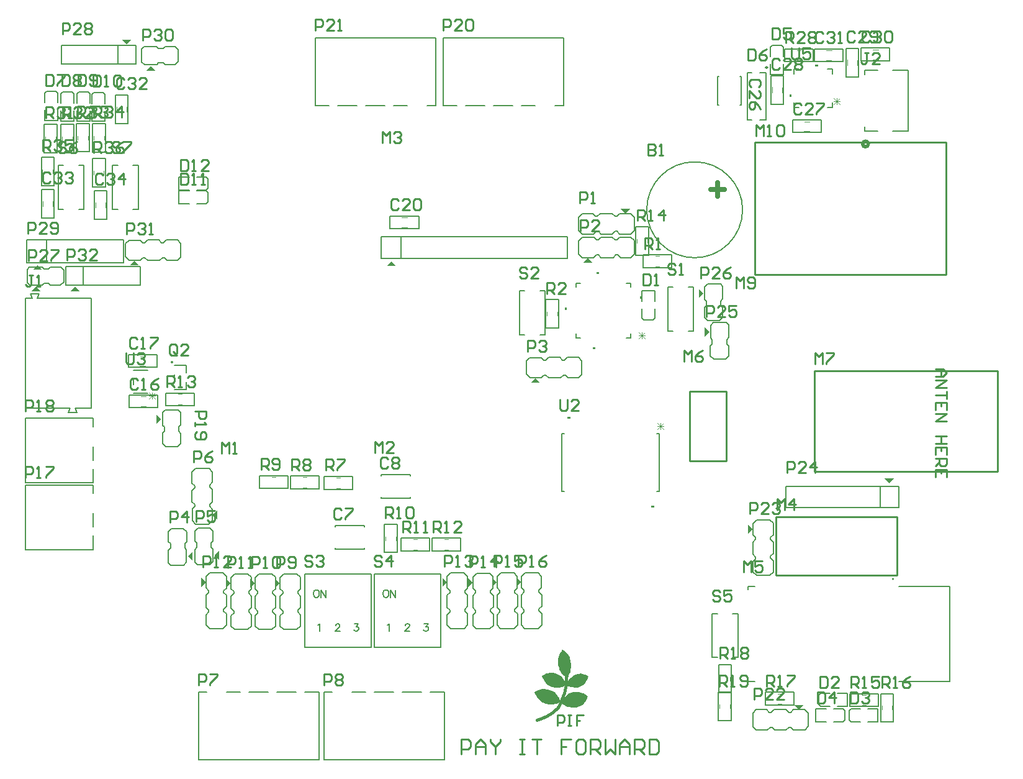
<source format=gto>
G04*
G04 #@! TF.GenerationSoftware,Altium Limited,Altium Designer,18.1.6 (161)*
G04*
G04 Layer_Color=65535*
%FSTAX24Y24*%
%MOIN*%
G70*
G01*
G75*
%ADD10C,0.0200*%
%ADD11C,0.0080*%
%ADD12C,0.0098*%
%ADD13C,0.0060*%
%ADD14C,0.0079*%
%ADD15C,0.0158*%
%ADD16C,0.0050*%
%ADD17C,0.0040*%
%ADD18C,0.0111*%
%ADD19C,0.0070*%
%ADD20C,0.0100*%
%ADD21C,0.0250*%
%ADD22C,0.0030*%
G36*
X00553Y038966D02*
X00528Y039216D01*
X00578D01*
X00553Y038966D01*
D02*
G37*
G36*
X042673Y037779D02*
X042523D01*
Y037879D01*
X042673D01*
Y037779D01*
D02*
G37*
G36*
X007084Y037556D02*
X006584D01*
X006834Y037806D01*
X007084Y037556D01*
D02*
G37*
G36*
X041237Y036145D02*
X041137D01*
Y036295D01*
X041237D01*
Y036145D01*
D02*
G37*
G36*
X032309Y029891D02*
X032059Y030141D01*
X032559D01*
X032309Y029891D01*
D02*
G37*
G36*
X030569Y027261D02*
X030069D01*
X030319Y027511D01*
X030569Y027261D01*
D02*
G37*
G36*
X006219Y027103D02*
X005719D01*
X005968Y027353D01*
X006219Y027103D01*
D02*
G37*
G36*
X020014Y027071D02*
X019514D01*
X019764Y027321D01*
X020014Y027071D01*
D02*
G37*
G36*
X001006Y026864D02*
X000506D01*
X000756Y027114D01*
X001006Y026864D01*
D02*
G37*
G36*
X030921Y026655D02*
X030771D01*
Y026755D01*
X030921D01*
Y026655D01*
D02*
G37*
G36*
X003024Y025725D02*
X002524D01*
X002774Y025975D01*
X003024Y025725D01*
D02*
G37*
G36*
X000933D02*
X000433D01*
X000683Y025975D01*
X000933Y025725D01*
D02*
G37*
G36*
X036517Y02561D02*
X036267Y02536D01*
Y02586D01*
X036517Y02561D01*
D02*
G37*
G36*
X033212Y025299D02*
X033112D01*
Y025449D01*
X033212D01*
Y025299D01*
D02*
G37*
G36*
X029172Y024708D02*
X029072D01*
Y024858D01*
X029172D01*
Y024708D01*
D02*
G37*
G36*
X036832Y023543D02*
X036582Y023293D01*
Y023793D01*
X036832Y023543D01*
D02*
G37*
G36*
X030725Y022615D02*
X030575D01*
Y022715D01*
X030725D01*
Y022615D01*
D02*
G37*
G36*
X027748Y020804D02*
X027248D01*
X027498Y021054D01*
X027748Y020804D01*
D02*
G37*
G36*
X02936Y01887D02*
X02921D01*
Y01897D01*
X02936D01*
Y01887D01*
D02*
G37*
G36*
X007398Y018858D02*
X007149Y018608D01*
Y019108D01*
X007398Y018858D01*
D02*
G37*
G36*
X046502Y015425D02*
X046252Y015675D01*
X046752D01*
X046502Y015425D01*
D02*
G37*
G36*
X03386Y0141D02*
X03371D01*
Y0142D01*
X03386D01*
Y0141D01*
D02*
G37*
G36*
X010416Y013474D02*
X010166Y013724D01*
X010416Y013974D01*
Y013474D01*
D02*
G37*
G36*
X039164Y012953D02*
X038914Y012703D01*
Y013203D01*
X039164Y012953D01*
D02*
G37*
G36*
X010495Y011299D02*
X010245Y011549D01*
X010495Y011799D01*
Y011299D01*
D02*
G37*
G36*
X009078Y01126D02*
X008828Y01151D01*
X009078Y01176D01*
Y01126D01*
D02*
G37*
G36*
X026723Y010118D02*
X026473Y009868D01*
Y010368D01*
X026723Y010118D01*
D02*
G37*
G36*
X025424Y010104D02*
X025174Y009854D01*
Y010354D01*
X025424Y010104D01*
D02*
G37*
G36*
X022747D02*
X022497Y009854D01*
Y010354D01*
X022747Y010104D01*
D02*
G37*
G36*
X009794D02*
X009544Y009854D01*
Y010354D01*
X009794Y010104D01*
D02*
G37*
G36*
X024125Y010094D02*
X023875Y009844D01*
Y010344D01*
X024125Y010094D01*
D02*
G37*
G36*
X013771Y010061D02*
X013521Y009811D01*
Y010311D01*
X013771Y010061D01*
D02*
G37*
G36*
X012432D02*
X012182Y009811D01*
Y010311D01*
X012432Y010061D01*
D02*
G37*
G36*
X011133Y010055D02*
X010883Y009805D01*
Y010305D01*
X011133Y010055D01*
D02*
G37*
G36*
X028927Y006471D02*
X028929Y006471D01*
X029Y006437D01*
X029Y006437D01*
X029001Y006437D01*
X029059Y006399D01*
X029059Y006399D01*
X02906Y006399D01*
X029139Y006328D01*
X029139Y006328D01*
X029139Y006328D01*
X029202Y00627D01*
X029202Y006269D01*
X029203Y006269D01*
X029265Y006185D01*
X029265Y006185D01*
X029265Y006185D01*
X029299Y006139D01*
X029299Y006139D01*
X029299Y006138D01*
X029328Y006071D01*
X029328Y006071D01*
X029328Y006071D01*
X029349Y006021D01*
X029349Y006021D01*
X02935Y00602D01*
X029375Y005908D01*
X029375Y005908D01*
X029375Y005908D01*
X029391Y005829D01*
X029391Y005828D01*
X029391Y005828D01*
X029404Y005741D01*
X029404Y00574D01*
X029404Y00574D01*
Y005648D01*
X029404Y005648D01*
X029404Y005648D01*
X029395Y005518D01*
X029395Y005518D01*
X029395Y005518D01*
X029387Y00541D01*
X029387Y00541D01*
X029387Y005409D01*
X029379Y005359D01*
X029379Y005359D01*
X029379Y005359D01*
X029362Y005272D01*
X029362Y005272D01*
X029362Y005271D01*
X029352Y005237D01*
X029351Y005237D01*
X029351Y005236D01*
X029323Y005172D01*
X029323Y005172D01*
X029323Y005171D01*
X029287Y005119D01*
X029286Y005119D01*
X029286Y005119D01*
X02923Y005055D01*
X02923Y005054D01*
X029229Y005054D01*
X029216Y005044D01*
X029216Y005011D01*
X029216Y00501D01*
X029216Y005009D01*
X029215Y005008D01*
X029215Y005006D01*
X029214Y005006D01*
X029213Y005005D01*
X029212Y005005D01*
X02921Y005004D01*
X029209Y005004D01*
X029208Y005004D01*
X029104Y005034D01*
X029103Y005034D01*
X029102Y005034D01*
X029048Y005068D01*
X029048Y005068D01*
X029048Y005068D01*
X028952Y005143D01*
X028951Y005144D01*
X028951Y005144D01*
X028867Y005253D01*
X028867Y005253D01*
X028867Y005253D01*
X028829Y00532D01*
X028829Y005321D01*
X028829Y005321D01*
X028791Y005421D01*
X028762Y005496D01*
X028762Y005496D01*
X028762Y005497D01*
X028741Y00558D01*
X028741Y00558D01*
X028741Y00558D01*
X028721Y005663D01*
X028721Y005664D01*
X02872Y005664D01*
X028716Y005739D01*
X028716Y00574D01*
X028716Y00574D01*
Y005898D01*
X028716Y005898D01*
X028716Y005899D01*
X028724Y005994D01*
X028724Y005994D01*
X028724Y005995D01*
X028737Y006107D01*
X028737Y006108D01*
X028737Y006109D01*
X028766Y006188D01*
X028766Y006188D01*
X028766Y006188D01*
X028796Y006263D01*
X028796Y006263D01*
X028796Y006264D01*
X028855Y00636D01*
X028855Y00636D01*
X028855Y00636D01*
X0289Y006426D01*
X028921Y006468D01*
X028923Y006469D01*
X028925Y006471D01*
X028925Y006471D01*
X028925Y006471D01*
X028927Y006471D01*
D02*
G37*
G36*
X028479Y00524D02*
X02848Y00524D01*
X02848Y00524D01*
X028572Y005215D01*
X028572Y005215D01*
X028572Y005215D01*
X028639Y005194D01*
X028639Y005194D01*
X02864Y005194D01*
X028711Y005156D01*
X028712Y005155D01*
X028773Y005123D01*
X028774Y005123D01*
X028774Y005123D01*
X028895Y005043D01*
X028896Y005042D01*
X028896Y005042D01*
X029013Y004892D01*
X029013Y004891D01*
X029014Y004891D01*
X029093Y004762D01*
X029093Y004762D01*
X029093Y004762D01*
X029118Y004721D01*
X029118Y004718D01*
X029118Y004716D01*
X029098Y004579D01*
X029097Y004578D01*
X029097Y004577D01*
X029096Y004576D01*
X029096Y004575D01*
X029095Y004575D01*
X029095Y004574D01*
X029095Y004574D01*
X029094Y004574D01*
X028927Y004495D01*
X028927Y004495D01*
X028926Y004494D01*
X028738Y004453D01*
X028738Y004453D01*
X028737Y004452D01*
X028592Y004448D01*
X028591Y004448D01*
X02859Y004448D01*
X028415Y004473D01*
X028415Y004473D01*
X028415Y004473D01*
X028302Y004507D01*
X028302Y004507D01*
X028301D01*
X028231Y004536D01*
X02823Y004537D01*
X028229Y004537D01*
X028179Y004574D01*
X028179Y004574D01*
X028179Y004575D01*
X0281Y004637D01*
X0281Y004638D01*
X028099Y004638D01*
X028037Y004705D01*
X028036Y004705D01*
X028036Y004706D01*
X027932Y004885D01*
X027931Y004885D01*
X027931Y004885D01*
X027881Y004989D01*
X027881Y00499D01*
X027881Y00499D01*
X027852Y00506D01*
X027852Y005062D01*
X027852Y005064D01*
X027852Y005065D01*
X027852Y005065D01*
X027853Y005067D01*
X027855Y005068D01*
X027963Y005139D01*
X027963Y005139D01*
X027963Y00514D01*
X028084Y005202D01*
X028085Y005202D01*
X028085Y005202D01*
X02816Y005227D01*
X02816Y005227D01*
X02816Y005227D01*
X028219Y005244D01*
X028219Y005244D01*
X02822Y005244D01*
X028295Y005253D01*
X028295Y005252D01*
X028296Y005253D01*
X028479Y00524D01*
D02*
G37*
G36*
X029926Y005199D02*
X029926Y0052D01*
X030026Y005183D01*
X030027Y005183D01*
X030027Y005183D01*
X030118Y005162D01*
X030119Y005161D01*
X03012Y005161D01*
X030186Y005132D01*
X030186Y005132D01*
X030186D01*
X030253Y005103D01*
X030253Y005103D01*
X030254Y005102D01*
X030337Y005044D01*
X030338Y005042D01*
X03034Y005041D01*
X03034Y00504D01*
X03034Y00504D01*
X03034Y005038D01*
X030339Y005036D01*
X030323Y005003D01*
X030298Y004941D01*
X030298Y004941D01*
X030298Y00494D01*
X03026Y004865D01*
X03026Y004865D01*
X03026Y004865D01*
X030214Y004774D01*
X030214Y004773D01*
X030214Y004773D01*
X030164Y00471D01*
X030164Y00471D01*
X030164Y00471D01*
X030114Y004651D01*
X030113Y004651D01*
X030113Y00465D01*
X030034Y004592D01*
X030033Y004592D01*
X030033Y004592D01*
X029917Y004517D01*
X029916Y004517D01*
X029915Y004516D01*
X029815Y004479D01*
X029815Y004479D01*
X029815Y004479D01*
X029761Y004462D01*
X02976Y004462D01*
X029759Y004462D01*
X029655Y004453D01*
X029655Y004454D01*
X029654Y004453D01*
X029458Y004474D01*
X029458Y004474D01*
X029458Y004474D01*
X02937Y004487D01*
X02937Y004487D01*
X02937Y004487D01*
X029307Y004504D01*
X029307Y004504D01*
X029307Y004504D01*
X029257Y00452D01*
X029256Y004521D01*
X029255Y004521D01*
X029185Y004563D01*
X029184Y004563D01*
X029184Y004564D01*
X029183Y004564D01*
X029183Y004564D01*
X029183Y004566D01*
X029182Y004567D01*
X029182Y004567D01*
X029182Y004568D01*
X029182Y004569D01*
X029182Y004569D01*
X029202Y004698D01*
X029203Y004699D01*
X029203Y0047D01*
X029274Y004838D01*
X029274Y004838D01*
X029274Y004838D01*
X029324Y004913D01*
X029325Y004914D01*
X029325Y004914D01*
X029395Y004984D01*
X029396Y004985D01*
X029396Y004985D01*
X029484Y005057D01*
X029484Y005057D01*
X029484Y005057D01*
X029494Y005063D01*
X029494Y005064D01*
X029495Y005064D01*
X029515Y005076D01*
X029515Y005076D01*
X029515Y005076D01*
X029536Y005088D01*
X029536Y005088D01*
X029536Y005088D01*
X029558Y005098D01*
X029558Y005098D01*
X029558Y005098D01*
X029569Y005103D01*
X029639Y005136D01*
X029639Y005136D01*
X02964Y005136D01*
X029731Y005174D01*
X029732Y005174D01*
X029732Y005174D01*
X029812Y005191D01*
X029812Y005191D01*
X029813Y005191D01*
X029925Y0052D01*
X029926Y005199D01*
D02*
G37*
G36*
X027962Y004374D02*
X027963Y004374D01*
X028134Y004362D01*
X028134Y004361D01*
X028135Y004361D01*
X028268Y004324D01*
X028268Y004324D01*
X028269Y004324D01*
X028448Y004249D01*
X028448Y004248D01*
X028449Y004248D01*
X028536Y004198D01*
X028537Y004198D01*
X028537Y004198D01*
X028587Y004152D01*
X028588Y004151D01*
X028588Y004151D01*
X02863Y004092D01*
X02863Y004092D01*
X02863Y004092D01*
X02868Y004017D01*
X02868Y004017D01*
X02868Y004017D01*
X028763Y003888D01*
X028763Y003888D01*
X028764Y003887D01*
X028789Y003837D01*
X028818Y003779D01*
X028818Y003778D01*
X028819Y003776D01*
Y00376D01*
X028818Y003758D01*
X028818Y003757D01*
X028769Y003634D01*
X028769Y003633D01*
X028769Y003633D01*
X028768Y003632D01*
X028768Y003632D01*
X028767Y003631D01*
X028766Y00363D01*
X028765Y00363D01*
X028765Y00363D01*
X028689Y003612D01*
X028635Y003595D01*
X028635Y003595D01*
X028634Y003595D01*
X028555Y003578D01*
X028555Y003578D01*
X028555Y003578D01*
X028447Y003557D01*
X028447Y003557D01*
X028447Y003557D01*
X028351Y003541D01*
X02835Y003541D01*
X02835Y00354D01*
X028258D01*
X028258Y003541D01*
X028257Y00354D01*
X028166Y003549D01*
X028165Y003549D01*
X028165Y003549D01*
X028094Y003566D01*
X028094Y003566D01*
X028094Y003566D01*
X027994Y003595D01*
X027993Y003596D01*
X027993Y003596D01*
X02788Y003658D01*
X02788Y003658D01*
X02788Y003658D01*
X027821Y003696D01*
X027821Y003696D01*
X02782Y003697D01*
X027703Y003817D01*
X027703Y003817D01*
X027703Y003817D01*
X027633Y003892D01*
X027633Y003893D01*
X027633Y003893D01*
X027587Y003947D01*
X027586Y003948D01*
X027586Y003948D01*
X027552Y00401D01*
X027486Y004127D01*
X027486Y004127D01*
X027486Y004127D01*
X027452Y00419D01*
X027452Y004192D01*
X027452Y004194D01*
X027452Y004194D01*
X027452Y004195D01*
X027453Y004196D01*
X027454Y004198D01*
X027571Y004277D01*
X027572Y004277D01*
X027572Y004278D01*
X027647Y004311D01*
X027648Y004311D01*
X027648Y004311D01*
X027744Y004341D01*
X027744Y004341D01*
X027744Y004341D01*
X027831Y004366D01*
X027832Y004366D01*
X027833Y004366D01*
X027962Y004374D01*
X027962Y004374D01*
D02*
G37*
G36*
X029702Y004225D02*
X029703Y004225D01*
X029782Y004217D01*
X029783Y004216D01*
X029783Y004216D01*
X029858Y004196D01*
X030008Y004158D01*
X030009Y004158D01*
X030009D01*
X030059Y004137D01*
X030059Y004137D01*
X03006Y004137D01*
X030172Y004079D01*
X030172Y004078D01*
X030173Y004078D01*
X030273Y004012D01*
X030273Y004011D01*
X030273Y004011D01*
X030315Y003978D01*
X030315Y003977D01*
X030317Y003975D01*
X030317Y003974D01*
X030317Y003974D01*
X030317Y003972D01*
X030317Y003971D01*
X030288Y003896D01*
X030287Y003895D01*
X030287Y003895D01*
X030241Y003807D01*
X030241Y003807D01*
X030241Y003807D01*
X030208Y003745D01*
X030208Y003745D01*
X030208Y003744D01*
X03012Y003619D01*
X03012Y003619D01*
X03012Y003618D01*
X030061Y00356D01*
X030061Y00356D01*
X03006Y003559D01*
X029994Y003513D01*
X029993Y003513D01*
X029993Y003513D01*
X029926Y003479D01*
X029926Y003479D01*
X029926Y003479D01*
X02983Y003434D01*
X02983Y003434D01*
X02983Y003434D01*
X029772Y003409D01*
X029771Y003409D01*
X02977Y003408D01*
X02967Y003392D01*
X02967Y003392D01*
X029669Y003391D01*
X029519Y003387D01*
X029519Y003387D01*
X029519Y003387D01*
X02936Y003395D01*
X02936Y003396D01*
X029359Y003396D01*
X029239Y003421D01*
X029239Y003421D01*
X029238Y003421D01*
X029138Y00345D01*
X029138Y00345D01*
X029137Y00345D01*
X029037Y003496D01*
X029037Y003496D01*
X029037Y003496D01*
X028962Y003542D01*
X028962Y003543D01*
X028961Y003543D01*
X028907Y003584D01*
X028907Y003585D01*
X028906Y003585D01*
X028906Y003586D01*
X028905Y003587D01*
X028905Y003588D01*
X028904Y003589D01*
X028904Y003589D01*
X028904Y00359D01*
X028905Y00359D01*
X028905Y003591D01*
X028984Y003841D01*
X028985Y003843D01*
X028986Y003845D01*
X029011Y003861D01*
X029102Y003969D01*
X029143Y004019D01*
X029144Y004019D01*
X029144Y004019D01*
X029207Y004073D01*
X029207Y004074D01*
X029207Y004074D01*
X029312Y004141D01*
X029312Y004141D01*
X029312Y004141D01*
X0294Y004183D01*
X0294Y004183D01*
X029401Y004183D01*
X029551Y004212D01*
X029552Y004212D01*
X029552Y004213D01*
X029702Y004225D01*
X029702Y004225D01*
D02*
G37*
G36*
X041654Y003277D02*
X041404Y003527D01*
X041904D01*
X041654Y003277D01*
D02*
G37*
D10*
X045367Y03362D02*
G03*
X045367Y03362I-00015J0D01*
G01*
D11*
X038617Y030089D02*
G03*
X038617Y030089I-002574J0D01*
G01*
D12*
X039949Y037731D02*
G03*
X039949Y037731I-000049J0D01*
G01*
D13*
X008025Y021902D02*
G03*
X008025Y021902I-00005J0D01*
G01*
X045167Y03757D02*
X045877D01*
X046662Y03432D02*
X047507D01*
X045167D02*
Y034547D01*
Y03432D02*
X045877D01*
X045167Y037343D02*
Y03757D01*
X046662D02*
X047507D01*
Y03432D02*
Y03757D01*
X038478Y035696D02*
X038553D01*
X037273D02*
X037349D01*
X037273D02*
Y037256D01*
X038478D02*
X038553D01*
Y035696D02*
Y037256D01*
X037273D02*
X037349D01*
X041367Y035579D02*
Y035853D01*
Y037649D02*
X04164D01*
X043437Y037376D02*
Y037649D01*
Y035579D02*
Y035853D01*
X041367Y035579D02*
X04164D01*
X041367Y037376D02*
Y037649D01*
X043163D02*
X043437D01*
X043163Y035579D02*
X043437D01*
X005924Y020246D02*
X006674D01*
X005924Y020708D02*
Y021024D01*
Y021486D02*
X006674D01*
X00875Y021343D02*
Y021742D01*
X0081Y020968D02*
Y021236D01*
Y020462D02*
X00875D01*
Y020861D01*
X0081Y021742D02*
X00875D01*
X034021Y01499D02*
X034145D01*
X028925D02*
Y01808D01*
Y01499D02*
X029049D01*
X034145D02*
Y01808D01*
X034021D02*
X034145D01*
X028925D02*
X029049D01*
X01674Y01188D02*
Y011955D01*
Y01316D02*
X0183D01*
X01674Y013084D02*
Y01316D01*
Y01188D02*
X0183D01*
Y011955D01*
Y013084D02*
Y01316D01*
X02078Y015801D02*
Y015876D01*
X01922Y014596D02*
X02078D01*
Y014672D01*
X01922Y015876D02*
X02078D01*
X01922Y015801D02*
Y015876D01*
Y014596D02*
Y014672D01*
X029672Y023215D02*
Y023436D01*
Y026155D02*
X029893D01*
X032612Y025934D02*
Y026155D01*
Y023215D02*
Y023436D01*
X029672Y023215D02*
X029893D01*
X029672Y025934D02*
Y026155D01*
X03239D02*
X032612D01*
X03239Y023215D02*
X032612D01*
X016763Y007785D02*
Y007804D01*
X016782Y007842D01*
X016801Y007861D01*
X016839Y00788D01*
X016915D01*
X016954Y007861D01*
X016973Y007842D01*
X016992Y007804D01*
Y007766D01*
X016973Y007728D01*
X016935Y007671D01*
X016744Y00748D01*
X017011D01*
X015799Y007804D02*
X015837Y007823D01*
X015894Y00788D01*
Y00748D01*
X015689Y009691D02*
X015651Y009672D01*
X015613Y009634D01*
X015594Y009596D01*
X015575Y009539D01*
Y009444D01*
X015594Y009387D01*
X015613Y009348D01*
X015651Y00931D01*
X015689Y009291D01*
X015765D01*
X015803Y00931D01*
X015841Y009348D01*
X01586Y009387D01*
X015879Y009444D01*
Y009539D01*
X01586Y009596D01*
X015841Y009634D01*
X015803Y009672D01*
X015765Y009691D01*
X015689D01*
X015973D02*
Y009291D01*
Y009691D02*
X016239Y009291D01*
Y009691D02*
Y009291D01*
X017782Y00788D02*
X017992D01*
X017877Y007728D01*
X017935D01*
X017973Y007709D01*
X017992Y00769D01*
X018011Y007633D01*
Y007595D01*
X017992Y007537D01*
X017954Y007499D01*
X017896Y00748D01*
X017839D01*
X017782Y007499D01*
X017763Y007518D01*
X017744Y007556D01*
X020503Y007785D02*
Y007804D01*
X020522Y007842D01*
X020541Y007861D01*
X020579Y00788D01*
X020656D01*
X020694Y007861D01*
X020713Y007842D01*
X020732Y007804D01*
Y007766D01*
X020713Y007728D01*
X020675Y007671D01*
X020484Y00748D01*
X020751D01*
X019539Y007804D02*
X019577Y007823D01*
X019635Y00788D01*
Y00748D01*
X019429Y009691D02*
X019391Y009672D01*
X019353Y009634D01*
X019334Y009596D01*
X019315Y009539D01*
Y009444D01*
X019334Y009387D01*
X019353Y009348D01*
X019391Y00931D01*
X019429Y009291D01*
X019505D01*
X019543Y00931D01*
X019582Y009348D01*
X019601Y009387D01*
X01962Y009444D01*
Y009539D01*
X019601Y009596D01*
X019582Y009634D01*
X019543Y009672D01*
X019505Y009691D01*
X019429D01*
X019713D02*
Y009291D01*
Y009691D02*
X01998Y009291D01*
Y009691D02*
Y009291D01*
X021522Y00788D02*
X021732D01*
X021618Y007728D01*
X021675D01*
X021713Y007709D01*
X021732Y00769D01*
X021751Y007633D01*
Y007595D01*
X021732Y007537D01*
X021694Y007499D01*
X021637Y00748D01*
X021579D01*
X021522Y007499D01*
X021503Y007518D01*
X021484Y007556D01*
D14*
X046732Y010276D02*
G03*
X046732Y010276I-000039J0D01*
G01*
X03955Y034911D02*
X03985D01*
X03954Y037451D02*
X03986D01*
X03889Y034921D02*
Y037451D01*
X03986Y034911D02*
Y037451D01*
X03889Y034921D02*
X039119D01*
X03889Y037451D02*
X039119D01*
X023746Y035693D02*
X024781D01*
X025246D02*
X026281D01*
X026746D02*
X027482D01*
X028998D02*
Y039315D01*
X02253D02*
X028998D01*
X02253Y035693D02*
Y039315D01*
X028545Y035693D02*
X028998D01*
X022529D02*
X023281D01*
X01688D02*
X017915D01*
X01838D02*
X019415D01*
X01988D02*
X020616D01*
X022132D02*
Y039315D01*
X015663D02*
X022132D01*
X015663Y035693D02*
Y039315D01*
X021679Y035693D02*
X022132D01*
X015663D02*
X016415D01*
X00373Y011848D02*
Y0126D01*
Y014864D02*
Y015317D01*
X000108Y011848D02*
X00373D01*
X000108D02*
Y015317D01*
X00373D01*
Y013065D02*
Y013801D01*
X003727Y015431D02*
Y016183D01*
Y018447D02*
Y0189D01*
X000105Y015431D02*
X003727D01*
X000105D02*
Y0189D01*
X003727D01*
Y016648D02*
Y017384D01*
X020352Y004203D02*
X021388D01*
X018852D02*
X019888D01*
X017652D02*
X018388D01*
X016136Y000581D02*
Y004203D01*
Y000581D02*
X022604D01*
Y004203D01*
X016136D02*
X016589D01*
X021852D02*
X022604D01*
X01361D02*
X014646D01*
X01211D02*
X013146D01*
X010909D02*
X011646D01*
X009394Y000581D02*
Y004203D01*
Y000581D02*
X015862D01*
Y004203D01*
X009394D02*
X009846D01*
X01511D02*
X015862D01*
X015094Y010551D02*
X018685D01*
X015094Y006614D02*
Y010551D01*
Y006614D02*
X018685D01*
Y010551D01*
X018835D02*
X022425D01*
X018835Y006614D02*
Y010551D01*
Y006614D02*
X022425D01*
Y010551D01*
X000093Y019449D02*
Y025354D01*
X003637Y019449D02*
Y025354D01*
X00279Y019449D02*
X003637D01*
X000093D02*
X002515D01*
X002416Y019213D02*
X002889D01*
X00279Y019449D02*
X002889Y019213D01*
X002416D02*
X002515Y019449D01*
X000743Y025354D02*
X000841Y025591D01*
X000369D02*
X000841D01*
X000369D02*
X000467Y025354D01*
X000093D02*
X000467D01*
X000743D02*
X003637D01*
X026634Y023386D02*
Y025748D01*
X026909D01*
X026634Y023386D02*
X026909D01*
X027736D02*
X028012D01*
X027736Y025748D02*
X028012D01*
Y023386D02*
Y025748D01*
X034596Y023583D02*
Y025945D01*
X034872D01*
X034596Y023583D02*
X034872D01*
X035699D02*
X035974D01*
X035699Y025945D02*
X035974D01*
Y023583D02*
Y025945D01*
X006161Y030118D02*
Y03248D01*
X005886Y030118D02*
X006161D01*
X005886Y03248D02*
X006161D01*
X004783D02*
X005059D01*
X004783Y030118D02*
X005059D01*
X004783D02*
Y03248D01*
X003248Y030118D02*
Y03248D01*
X002972Y030118D02*
X003248D01*
X002972Y03248D02*
X003248D01*
X00187D02*
X002146D01*
X00187Y030118D02*
X002146D01*
X00187D02*
Y03248D01*
X036988Y006063D02*
Y008425D01*
X037264D01*
X036988Y006063D02*
X037264D01*
X038091D02*
X038366D01*
X038091Y008425D02*
X038366D01*
Y006063D02*
Y008425D01*
D15*
X027561Y002712D02*
X027851Y002816D01*
X028074Y002917D01*
X028399Y003117D01*
X028516Y003213D01*
X02867Y003359D01*
X028741Y003451D01*
X02882Y003567D01*
X028891Y003738D01*
X029016Y004092D01*
X029028Y004146D01*
X029066Y004313D01*
X029103Y004484D01*
X029126Y004584D01*
X029134Y004688D01*
X029142Y004792D01*
X029147Y004884D01*
X029159Y005225D01*
D16*
X031019Y027521D02*
X031669D01*
X031819Y027671D01*
X029819Y027721D02*
Y028421D01*
Y027721D02*
X030019Y027521D01*
X030619D01*
X030769Y027671D01*
X030869D01*
X031019Y027521D01*
X031819Y027671D02*
X031919D01*
X032069Y027521D01*
X032619D01*
X032809Y027711D01*
Y028431D01*
X032619Y028621D02*
X032809Y028431D01*
X032019Y028621D02*
X032619D01*
X031869Y028471D02*
X032019Y028621D01*
X031769Y028471D02*
X031869D01*
X031619Y028621D02*
X031769Y028471D01*
X031019Y028621D02*
X031619D01*
X030869Y028471D02*
X031019Y028621D01*
X030769Y028471D02*
X030869D01*
X030629Y028611D02*
X030769Y028471D01*
X030009Y028611D02*
X030629D01*
X029819Y028421D02*
X030009Y028611D01*
X007469Y018528D02*
X007559Y018438D01*
X007469Y018528D02*
Y019198D01*
X007459Y018098D02*
X007559Y018198D01*
Y018438D01*
X007469Y018528D02*
Y018558D01*
X008328Y018198D02*
X008439Y018088D01*
X008328Y018198D02*
Y018438D01*
X008439Y018548D01*
X007618Y019348D02*
X008309D01*
X007469Y019198D02*
X007618Y019348D01*
X007459Y017558D02*
Y018098D01*
Y017558D02*
X007638Y017378D01*
X008268D01*
X008439Y017548D01*
Y018088D01*
Y018548D02*
Y019218D01*
X008309Y019348D02*
X008439Y019218D01*
X001117Y03316D02*
Y03468D01*
Y03316D02*
X001797D01*
Y03468D01*
X001117D02*
X001797D01*
X002022Y03316D02*
Y03468D01*
Y03316D02*
X002702D01*
Y03468D01*
X002022D02*
X002702D01*
X002849Y033199D02*
Y034719D01*
Y033199D02*
X003529D01*
Y034719D01*
X002849D02*
X003529D01*
X003715Y033194D02*
Y034714D01*
Y033194D02*
X004395D01*
Y034714D01*
X003715D02*
X004395D01*
X044178Y037215D02*
X044848D01*
X044178D02*
Y038755D01*
X044848D01*
Y037215D02*
Y038755D01*
X040142Y035743D02*
X040812D01*
X040142D02*
Y037283D01*
X040812D01*
Y035743D02*
Y037283D01*
X04284Y034237D02*
Y034907D01*
X0413Y034237D02*
X04284D01*
X0413D02*
Y034907D01*
X04284D01*
X042475Y038046D02*
Y038716D01*
X044015D01*
Y038046D02*
Y038716D01*
X042475Y038046D02*
X044015D01*
X046525Y038095D02*
Y038765D01*
X044985Y038095D02*
X046525D01*
X044985D02*
Y038765D01*
X046525D01*
X040822Y03831D02*
Y03881D01*
Y03736D02*
Y03791D01*
X040122Y03831D02*
Y03881D01*
Y03736D02*
Y03791D01*
X040222Y03891D02*
X040722D01*
X040822Y03881D01*
X040122D02*
X040222Y03891D01*
X040122Y03736D02*
X040822D01*
X042397Y038046D02*
Y038726D01*
X040877Y038046D02*
X042397D01*
X040877D02*
Y038726D01*
X042397D01*
X021226Y029079D02*
Y029749D01*
X019686Y029079D02*
X021226D01*
X019686D02*
Y029749D01*
X021226D01*
X037742Y024033D02*
X037872Y023903D01*
Y023233D02*
Y023903D01*
Y022233D02*
Y022773D01*
X037702Y022063D02*
X037872Y022233D01*
X037072Y022063D02*
X037702D01*
X036892Y022243D02*
X037072Y022063D01*
X036892Y022243D02*
Y022783D01*
X036902Y023883D02*
X037052Y024033D01*
X037742D01*
X037762Y023123D02*
X037872Y023233D01*
X037762Y022883D02*
Y023123D01*
Y022883D02*
X037872Y022773D01*
X036902Y023213D02*
Y023243D01*
X036992Y022883D02*
Y023123D01*
X036892Y022783D02*
X036992Y022883D01*
X036902Y023213D02*
Y023883D01*
Y023213D02*
X036992Y023123D01*
X037427Y0261D02*
X037557Y02597D01*
Y0253D02*
Y02597D01*
Y0243D02*
Y02484D01*
X037387Y02413D02*
X037557Y0243D01*
X036757Y02413D02*
X037387D01*
X036577Y02431D02*
X036757Y02413D01*
X036577Y02431D02*
Y02485D01*
X036587Y02595D02*
X036737Y0261D01*
X037427D01*
X037447Y02519D02*
X037557Y0253D01*
X037447Y02495D02*
Y02519D01*
Y02495D02*
X037557Y02484D01*
X036587Y02528D02*
Y02531D01*
X036677Y02495D02*
Y02519D01*
X036577Y02485D02*
X036677Y02495D01*
X036587Y02528D02*
Y02595D01*
Y02528D02*
X036677Y02519D01*
X007649Y019581D02*
Y020261D01*
X009168D01*
Y019581D02*
Y020261D01*
X007649Y019581D02*
X009168D01*
X005664Y019463D02*
Y020133D01*
X007204D01*
Y019463D02*
Y020133D01*
X005664Y019463D02*
X007204D01*
X00717Y021639D02*
Y022308D01*
X00563Y021639D02*
X00717D01*
X00563D02*
Y022308D01*
X00717D01*
X032888Y027648D02*
X033568D01*
X032888D02*
Y029168D01*
X033568D01*
Y027648D02*
Y029168D01*
X007788Y01115D02*
X007918Y01102D01*
X007788Y01115D02*
Y01182D01*
Y01228D02*
Y01282D01*
X007958Y01299D01*
X008588D01*
X008768Y01281D01*
Y01227D02*
Y01281D01*
X008608Y01102D02*
X008758Y01117D01*
X007918Y01102D02*
X008608D01*
X007788Y01182D02*
X007898Y01193D01*
Y01217D01*
X007788Y01228D02*
X007898Y01217D01*
X008758Y01181D02*
Y01184D01*
X008668Y01193D02*
Y01217D01*
X008768Y01227D01*
X008758Y01117D02*
Y01184D01*
X008668Y01193D02*
X008758Y01184D01*
X009205Y011189D02*
X009335Y011059D01*
X009205Y011189D02*
Y011859D01*
Y012319D02*
Y012859D01*
X009375Y013029D01*
X010005D01*
X010185Y012849D01*
Y012309D02*
Y012849D01*
X010025Y011059D02*
X010175Y011209D01*
X009335Y011059D02*
X010025D01*
X009205Y011859D02*
X009315Y011969D01*
Y012209D01*
X009205Y012319D02*
X009315Y012209D01*
X010175Y011849D02*
Y011879D01*
X010085Y011969D02*
Y012209D01*
X010185Y012309D01*
X010175Y011209D02*
Y011879D01*
X010085Y011969D02*
X010175Y011879D01*
X009066Y013414D02*
X009256Y013224D01*
X009066Y013414D02*
Y014034D01*
X009206Y014174D01*
Y014274D01*
X009056Y014424D02*
X009206Y014274D01*
X009056Y014424D02*
Y015024D01*
X009206Y015174D01*
Y015274D01*
X009056Y015424D02*
X009206Y015274D01*
X009056Y015424D02*
Y016024D01*
X009246Y016214D01*
X009966D01*
X010156Y016024D01*
Y015474D02*
Y016024D01*
X010006Y015324D02*
X010156Y015474D01*
X010006Y015224D02*
Y015324D01*
Y014274D02*
X010156Y014424D01*
X010006Y014174D02*
Y014274D01*
Y014174D02*
X010156Y014024D01*
Y013424D02*
Y014024D01*
X009956Y013224D02*
X010156Y013424D01*
X009256Y013224D02*
X009956D01*
X010006Y015224D02*
X010156Y015074D01*
Y014424D02*
Y015074D01*
X014202Y015132D02*
Y015812D01*
X012682Y015132D02*
X014202D01*
X012682D02*
Y015812D01*
X014202D01*
X015861Y015122D02*
Y015802D01*
X014341Y015122D02*
X015861D01*
X014341D02*
Y015802D01*
X015861D01*
X017672Y015093D02*
Y015773D01*
X016152Y015093D02*
X017672D01*
X016152D02*
Y015773D01*
X017672D01*
X013342Y010561D02*
X013532Y010371D01*
Y009751D02*
Y010371D01*
X013392Y009611D02*
X013532Y009751D01*
X013392Y009511D02*
Y009611D01*
Y009511D02*
X013542Y009361D01*
Y008761D02*
Y009361D01*
X013392Y008611D02*
X013542Y008761D01*
X013392Y008511D02*
Y008611D01*
Y008511D02*
X013542Y008361D01*
Y007761D02*
Y008361D01*
X013352Y007571D02*
X013542Y007761D01*
X012632Y007571D02*
X013352D01*
X012442Y007761D02*
X012632Y007571D01*
X012442Y007761D02*
Y008311D01*
X012592Y008461D01*
Y008561D01*
X012442Y009361D02*
X012592Y009511D01*
Y009611D01*
X012442Y009761D02*
X012592Y009611D01*
X012442Y009761D02*
Y010361D01*
X012642Y010561D01*
X013342D01*
X012442Y008711D02*
X012592Y008561D01*
X012442Y008711D02*
Y009361D01*
X014681Y010561D02*
X014871Y010371D01*
Y009751D02*
Y010371D01*
X014731Y009611D02*
X014871Y009751D01*
X014731Y009511D02*
Y009611D01*
Y009511D02*
X014881Y009361D01*
Y008761D02*
Y009361D01*
X014731Y008611D02*
X014881Y008761D01*
X014731Y008511D02*
Y008611D01*
Y008511D02*
X014881Y008361D01*
Y007761D02*
Y008361D01*
X014691Y007571D02*
X014881Y007761D01*
X013971Y007571D02*
X014691D01*
X013781Y007761D02*
X013971Y007571D01*
X013781Y007761D02*
Y008311D01*
X013931Y008461D01*
Y008561D01*
X013781Y009361D02*
X013931Y009511D01*
Y009611D01*
X013781Y009761D02*
X013931Y009611D01*
X013781Y009761D02*
Y010361D01*
X013981Y010561D01*
X014681D01*
X013781Y008711D02*
X013931Y008561D01*
X013781Y008711D02*
Y009361D01*
X02194Y011786D02*
Y012466D01*
X02346D01*
Y011786D02*
Y012466D01*
X02194Y011786D02*
X02346D01*
X020286D02*
Y012466D01*
X021806D01*
Y011786D02*
Y012466D01*
X020286Y011786D02*
X021806D01*
X019384Y011698D02*
X020064D01*
X019384D02*
Y013218D01*
X020064D01*
Y011698D02*
Y013218D01*
X010704Y010604D02*
X010894Y010414D01*
Y009794D02*
Y010414D01*
X010754Y009654D02*
X010894Y009794D01*
X010754Y009554D02*
Y009654D01*
Y009554D02*
X010904Y009404D01*
Y008804D02*
Y009404D01*
X010754Y008654D02*
X010904Y008804D01*
X010754Y008554D02*
Y008654D01*
Y008554D02*
X010904Y008404D01*
Y007804D02*
Y008404D01*
X010714Y007614D02*
X010904Y007804D01*
X009994Y007614D02*
X010714D01*
X009804Y007804D02*
X009994Y007614D01*
X009804Y007804D02*
Y008354D01*
X009954Y008504D01*
Y008604D01*
X009804Y009404D02*
X009954Y009554D01*
Y009654D01*
X009804Y009804D02*
X009954Y009654D01*
X009804Y009804D02*
Y010404D01*
X010004Y010604D01*
X010704D01*
X009804Y008754D02*
X009954Y008604D01*
X009804Y008754D02*
Y009404D01*
X012043Y010555D02*
X012233Y010365D01*
Y009745D02*
Y010365D01*
X012093Y009605D02*
X012233Y009745D01*
X012093Y009505D02*
Y009605D01*
Y009505D02*
X012243Y009355D01*
Y008755D02*
Y009355D01*
X012093Y008605D02*
X012243Y008755D01*
X012093Y008505D02*
Y008605D01*
Y008505D02*
X012243Y008355D01*
Y007755D02*
Y008355D01*
X012053Y007565D02*
X012243Y007755D01*
X011333Y007565D02*
X012053D01*
X011143Y007755D02*
X011333Y007565D01*
X011143Y007755D02*
Y008305D01*
X011293Y008455D01*
Y008555D01*
X011143Y009355D02*
X011293Y009505D01*
Y009605D01*
X011143Y009755D02*
X011293Y009605D01*
X011143Y009755D02*
Y010355D01*
X011343Y010555D01*
X012043D01*
X011143Y008705D02*
X011293Y008555D01*
X011143Y008705D02*
Y009355D01*
X025035Y010594D02*
X025225Y010404D01*
Y009784D02*
Y010404D01*
X025085Y009644D02*
X025225Y009784D01*
X025085Y009544D02*
Y009644D01*
Y009544D02*
X025235Y009394D01*
Y008794D02*
Y009394D01*
X025085Y008644D02*
X025235Y008794D01*
X025085Y008544D02*
Y008644D01*
Y008544D02*
X025235Y008394D01*
Y007794D02*
Y008394D01*
X025045Y007604D02*
X025235Y007794D01*
X024325Y007604D02*
X025045D01*
X024135Y007794D02*
X024325Y007604D01*
X024135Y007794D02*
Y008344D01*
X024285Y008494D01*
Y008594D01*
X024135Y009394D02*
X024285Y009544D01*
Y009644D01*
X024135Y009794D02*
X024285Y009644D01*
X024135Y009794D02*
Y010394D01*
X024335Y010594D01*
X025035D01*
X024135Y008744D02*
X024285Y008594D01*
X024135Y008744D02*
Y009394D01*
X023657Y010604D02*
X023847Y010414D01*
Y009794D02*
Y010414D01*
X023707Y009654D02*
X023847Y009794D01*
X023707Y009554D02*
Y009654D01*
Y009554D02*
X023857Y009404D01*
Y008804D02*
Y009404D01*
X023707Y008654D02*
X023857Y008804D01*
X023707Y008554D02*
Y008654D01*
Y008554D02*
X023857Y008404D01*
Y007804D02*
Y008404D01*
X023667Y007614D02*
X023857Y007804D01*
X022947Y007614D02*
X023667D01*
X022757Y007804D02*
X022947Y007614D01*
X022757Y007804D02*
Y008354D01*
X022907Y008504D01*
Y008604D01*
X022757Y009404D02*
X022907Y009554D01*
Y009654D01*
X022757Y009804D02*
X022907Y009654D01*
X022757Y009804D02*
Y010404D01*
X022957Y010604D01*
X023657D01*
X022757Y008754D02*
X022907Y008604D01*
X022757Y008754D02*
Y009404D01*
X027633Y010618D02*
X027823Y010428D01*
Y009808D02*
Y010428D01*
X027683Y009668D02*
X027823Y009808D01*
X027683Y009568D02*
Y009668D01*
Y009568D02*
X027833Y009418D01*
Y008818D02*
Y009418D01*
X027683Y008668D02*
X027833Y008818D01*
X027683Y008568D02*
Y008668D01*
Y008568D02*
X027833Y008418D01*
Y007818D02*
Y008418D01*
X027643Y007628D02*
X027833Y007818D01*
X026923Y007628D02*
X027643D01*
X026733Y007818D02*
X026923Y007628D01*
X026733Y007818D02*
Y008368D01*
X026883Y008518D01*
Y008618D01*
X026733Y009418D02*
X026883Y009568D01*
Y009668D01*
X026733Y009818D02*
X026883Y009668D01*
X026733Y009818D02*
Y010418D01*
X026933Y010618D01*
X027633D01*
X026733Y008768D02*
X026883Y008618D01*
X026733Y008768D02*
Y009418D01*
X026334Y010604D02*
X026524Y010414D01*
Y009794D02*
Y010414D01*
X026384Y009654D02*
X026524Y009794D01*
X026384Y009554D02*
Y009654D01*
Y009554D02*
X026534Y009404D01*
Y008804D02*
Y009404D01*
X026384Y008654D02*
X026534Y008804D01*
X026384Y008554D02*
Y008654D01*
Y008554D02*
X026534Y008404D01*
Y007804D02*
Y008404D01*
X026344Y007614D02*
X026534Y007804D01*
X025624Y007614D02*
X026344D01*
X025434Y007804D02*
X025624Y007614D01*
X025434Y007804D02*
Y008354D01*
X025584Y008504D01*
Y008604D01*
X025434Y009404D02*
X025584Y009554D01*
Y009654D01*
X025434Y009804D02*
X025584Y009654D01*
X025434Y009804D02*
Y010404D01*
X025634Y010604D01*
X026334D01*
X025434Y008754D02*
X025584Y008604D01*
X025434Y008754D02*
Y009404D01*
X028046Y025265D02*
X028726D01*
Y023745D02*
Y025265D01*
X028046Y023745D02*
X028726D01*
X028046D02*
Y025265D01*
X034808Y026993D02*
Y027673D01*
X033288Y026993D02*
X034808D01*
X033288D02*
Y027673D01*
X034808D01*
X032619Y028791D02*
X032809Y028981D01*
X031999Y028791D02*
X032619D01*
X031859Y028931D02*
X031999Y028791D01*
X031759Y028931D02*
X031859D01*
X031609Y028781D02*
X031759Y028931D01*
X031009Y028781D02*
X031609D01*
X030859Y028931D02*
X031009Y028781D01*
X030759Y028931D02*
X030859D01*
X030609Y028781D02*
X030759Y028931D01*
X030009Y028781D02*
X030609D01*
X029819Y028971D02*
X030009Y028781D01*
X029819Y028971D02*
Y029691D01*
X030009Y029881D01*
X030559D01*
X030709Y029731D01*
X030809D01*
X031609Y029881D02*
X031759Y029731D01*
X031859D01*
X032009Y029881D01*
X032609D01*
X032809Y029681D01*
Y028981D02*
Y029681D01*
X030809Y029731D02*
X030959Y029881D01*
X031609D01*
X026998Y021964D02*
X027188Y022154D01*
X027808D01*
X027948Y022014D01*
X028048D01*
X028198Y022164D01*
X028798D01*
X028948Y022014D01*
X029048D01*
X029198Y022164D01*
X029798D01*
X029988Y021974D01*
Y021254D02*
Y021974D01*
X029798Y021064D02*
X029988Y021254D01*
X029248Y021064D02*
X029798D01*
X029098Y021214D02*
X029248Y021064D01*
X028998Y021214D02*
X029098D01*
X028048D02*
X028198Y021064D01*
X027948Y021214D02*
X028048D01*
X027798Y021064D02*
X027948Y021214D01*
X027198Y021064D02*
X027798D01*
X026998Y021264D02*
X027198Y021064D01*
X026998Y021264D02*
Y021964D01*
X028848Y021064D02*
X028998Y021214D01*
X028198Y021064D02*
X028848D01*
X033206Y02428D02*
Y02478D01*
Y02518D02*
Y02573D01*
X033906Y02428D02*
Y02478D01*
Y02518D02*
Y02573D01*
X033306Y02418D02*
X033806D01*
X033206Y02428D02*
X033306Y02418D01*
X033806D02*
X033906Y02428D01*
X033206Y02573D02*
X033906D01*
X000193Y026885D02*
X000323Y027015D01*
X000993D01*
X001453D02*
X001993D01*
X002163Y026845D01*
Y026215D02*
Y026845D01*
X001983Y026035D02*
X002163Y026215D01*
X001443Y026035D02*
X001983D01*
X000193Y026195D02*
X000343Y026045D01*
X000193Y026195D02*
Y026885D01*
X000993Y027015D02*
X001103Y026905D01*
X001343D01*
X001453Y027015D01*
X000983Y026045D02*
X001013D01*
X001103Y026135D02*
X001343D01*
X001443Y026035D01*
X000343Y026045D02*
X001013D01*
X001103Y026135D01*
X001846Y03583D02*
Y03633D01*
Y03488D02*
Y03543D01*
X001146Y03583D02*
Y03633D01*
Y03488D02*
Y03543D01*
X001246Y03643D02*
X001746D01*
X001846Y03633D01*
X001146D02*
X001246Y03643D01*
X001146Y03488D02*
X001846D01*
X002712Y03581D02*
Y03631D01*
Y03486D02*
Y03541D01*
X002012Y03581D02*
Y03631D01*
Y03486D02*
Y03541D01*
X002112Y03641D02*
X002612D01*
X002712Y03631D01*
X002012D02*
X002112Y03641D01*
X002012Y03486D02*
X002712D01*
X003578Y03581D02*
Y03631D01*
Y03486D02*
Y03541D01*
X002878Y03581D02*
Y03631D01*
Y03486D02*
Y03541D01*
X002978Y03641D02*
X003478D01*
X003578Y03631D01*
X002878D02*
X002978Y03641D01*
X002878Y03486D02*
X003578D01*
X004366Y035791D02*
Y036291D01*
Y034841D02*
Y035391D01*
X003666Y035791D02*
Y036291D01*
Y034841D02*
Y035391D01*
X003766Y036391D02*
X004266D01*
X004366Y036291D01*
X003666D02*
X003766Y036391D01*
X003666Y034841D02*
X004366D01*
X004936Y036259D02*
X005606D01*
Y034719D02*
Y036259D01*
X004936Y034719D02*
X005606D01*
X004936D02*
Y036259D01*
X005469Y028263D02*
X005659Y028453D01*
X006278D01*
X006418Y028313D01*
X006518D01*
X006668Y028463D01*
X007268D01*
X007419Y028313D01*
X007519D01*
X007668Y028463D01*
X008268D01*
X008458Y028273D01*
Y027553D02*
Y028273D01*
X008268Y027363D02*
X008458Y027553D01*
X007718Y027363D02*
X008268D01*
X007569Y027513D02*
X007718Y027363D01*
X007469Y027513D02*
X007569D01*
X006518D02*
X006668Y027363D01*
X006418Y027513D02*
X006518D01*
X006269Y027363D02*
X006418Y027513D01*
X005669Y027363D02*
X006269D01*
X005469Y027563D02*
X005669Y027363D01*
X005469Y027563D02*
Y028263D01*
X007319Y027363D02*
X007469Y027513D01*
X006668Y027363D02*
X007319D01*
X006344Y038716D02*
X006474Y038846D01*
X007144D01*
X007604D02*
X008144D01*
X008314Y038676D01*
Y038046D02*
Y038676D01*
X008134Y037866D02*
X008314Y038046D01*
X007594Y037866D02*
X008134D01*
X006344Y038026D02*
X006494Y037876D01*
X006344Y038026D02*
Y038716D01*
X007144Y038846D02*
X007254Y038736D01*
X007494D01*
X007604Y038846D01*
X007134Y037876D02*
X007164D01*
X007254Y037966D02*
X007494D01*
X007594Y037866D01*
X006494Y037876D02*
X007164D01*
X007254Y037966D01*
X003715Y03131D02*
X004395D01*
X003715D02*
Y03283D01*
X004395D01*
Y03131D02*
Y03283D01*
X000959Y031388D02*
X001639D01*
X000959D02*
Y032908D01*
X001639D01*
Y031388D02*
Y032908D01*
X003804Y029567D02*
X004474D01*
X003804D02*
Y031107D01*
X004474D01*
Y029567D02*
Y031107D01*
X000959Y031186D02*
X001629D01*
Y029646D02*
Y031186D01*
X000959Y029646D02*
X001629D01*
X000959D02*
Y031186D01*
X009304Y031136D02*
X009804D01*
X008354D02*
X008904D01*
X009304Y031836D02*
X009804D01*
X008354D02*
X008904D01*
X009904Y031236D02*
Y031736D01*
X009804Y031136D02*
X009904Y031236D01*
X009804Y031836D02*
X009904Y031736D01*
X008354Y031136D02*
Y031836D01*
X009304Y030428D02*
X009804D01*
X008354D02*
X008904D01*
X009304Y031128D02*
X009804D01*
X008354D02*
X008904D01*
X009904Y030528D02*
Y031028D01*
X009804Y030428D02*
X009904Y030528D01*
X009804Y031128D02*
X009904Y031028D01*
X008354Y030428D02*
Y031128D01*
X040074Y013453D02*
X040264Y013263D01*
Y012643D02*
Y013263D01*
X040124Y012503D02*
X040264Y012643D01*
X040124Y012403D02*
Y012503D01*
Y012403D02*
X040274Y012253D01*
Y011653D02*
Y012253D01*
X040124Y011503D02*
X040274Y011653D01*
X040124Y011403D02*
Y011503D01*
Y011403D02*
X040274Y011253D01*
Y010653D02*
Y011253D01*
X040084Y010463D02*
X040274Y010653D01*
X039364Y010463D02*
X040084D01*
X039174Y010653D02*
X039364Y010463D01*
X039174Y010653D02*
Y011203D01*
X039324Y011353D01*
Y011453D01*
X039174Y012253D02*
X039324Y012403D01*
Y012503D01*
X039174Y012653D02*
X039324Y012503D01*
X039174Y012653D02*
Y013253D01*
X039374Y013453D01*
X040074D01*
X039174Y011603D02*
X039324Y011453D01*
X039174Y011603D02*
Y012253D01*
X041964Y002177D02*
X042154Y002367D01*
X041344Y002177D02*
X041964D01*
X041204Y002317D02*
X041344Y002177D01*
X041104Y002317D02*
X041204D01*
X040954Y002167D02*
X041104Y002317D01*
X040354Y002167D02*
X040954D01*
X040204Y002317D02*
X040354Y002167D01*
X040104Y002317D02*
X040204D01*
X039954Y002167D02*
X040104Y002317D01*
X039354Y002167D02*
X039954D01*
X039164Y002357D02*
X039354Y002167D01*
X039164Y002357D02*
Y003077D01*
X039354Y003267D01*
X039904D01*
X040054Y003117D01*
X040154D01*
X040954Y003267D02*
X041104Y003117D01*
X041204D01*
X041354Y003267D01*
X041954D01*
X042154Y003067D01*
Y002367D02*
Y003067D01*
X040154Y003117D02*
X040304Y003267D01*
X040954D01*
X047013Y004764D02*
X049734D01*
Y009882D01*
X047013D02*
X049734D01*
X038917Y004764D02*
X039286D01*
X038917D02*
Y004936D01*
Y00971D02*
Y009882D01*
X039286D01*
X045895Y00344D02*
Y00412D01*
X044375Y00344D02*
X045895D01*
X044375D02*
Y00412D01*
X045895D01*
X046038Y004123D02*
X046718D01*
Y002603D02*
Y004123D01*
X046038Y002603D02*
X046718D01*
X046038D02*
Y004123D01*
X042804Y00413D02*
X043304D01*
X043704D02*
X044254D01*
X042804Y00343D02*
X043304D01*
X043704D02*
X044254D01*
X042704Y00353D02*
Y00403D01*
X042804Y00413D01*
X042704Y00353D02*
X042804Y00343D01*
X044254D02*
Y00413D01*
X044438Y003303D02*
X044938D01*
X045338D02*
X045888D01*
X044438Y002603D02*
X044938D01*
X045338D02*
X045888D01*
X044338Y002703D02*
Y003203D01*
X044438Y003303D01*
X044338Y002703D02*
X044438Y002603D01*
X045888D02*
Y003303D01*
X041373Y003518D02*
Y004198D01*
X039853Y003518D02*
X041373D01*
X039853D02*
Y004198D01*
X041373D01*
X037327Y005684D02*
X038007D01*
Y004164D02*
Y005684D01*
X037327Y004164D02*
X038007D01*
X037327D02*
Y005684D01*
X043507Y002603D02*
X044007D01*
X042557D02*
X043107D01*
X043507Y003303D02*
X044007D01*
X042557D02*
X043107D01*
X044107Y002703D02*
Y003203D01*
X044007Y002603D02*
X044107Y002703D01*
X044007Y003303D02*
X044107Y003203D01*
X042557Y002603D02*
Y003303D01*
X037317Y004198D02*
X037997D01*
Y002678D02*
Y004198D01*
X037317Y002678D02*
X037997D01*
X037317D02*
Y004198D01*
D17*
X001737Y03382D02*
Y03402D01*
X001187Y03382D02*
Y03402D01*
X002642Y03382D02*
Y03402D01*
X002092Y03382D02*
Y03402D01*
X003469Y033859D02*
Y034059D01*
X002919Y033859D02*
Y034059D01*
X004335Y033854D02*
Y034054D01*
X003785Y033854D02*
Y034054D01*
X044768Y037845D02*
Y038125D01*
X044242Y037845D02*
Y038135D01*
X040732Y036373D02*
Y036653D01*
X040207Y036373D02*
Y036663D01*
X04193Y034827D02*
X04221D01*
X04192Y034301D02*
X04221D01*
X043105Y038126D02*
X043385D01*
X043105Y038652D02*
X043395D01*
X045615Y038685D02*
X045895D01*
X045605Y038159D02*
X045895D01*
X041537Y038656D02*
X041737D01*
X041537Y038106D02*
X041737D01*
X020316Y029669D02*
X020596D01*
X020306Y029144D02*
X020596D01*
X008309Y019651D02*
X008508D01*
X008309Y020201D02*
X008508D01*
X006294Y019543D02*
X006574D01*
X006294Y020069D02*
X006584D01*
X00626Y022229D02*
X00654D01*
X00625Y021703D02*
X00654D01*
X033498Y028308D02*
Y028508D01*
X032948Y028308D02*
Y028508D01*
X013342Y015742D02*
X013542D01*
X013342Y015192D02*
X013542D01*
X015001Y015732D02*
X015201D01*
X015001Y015182D02*
X015201D01*
X016812Y015703D02*
X017012D01*
X016812Y015153D02*
X017012D01*
X0226Y011856D02*
X0228D01*
X0226Y012406D02*
X0228D01*
X020946Y011856D02*
X021146D01*
X020946Y012406D02*
X021146D01*
X019994Y012358D02*
Y012558D01*
X019444Y012358D02*
Y012558D01*
X028116Y024405D02*
Y024605D01*
X028666Y024405D02*
Y024605D01*
X033948Y027603D02*
X034148D01*
X033948Y027053D02*
X034148D01*
X005016Y035349D02*
Y035629D01*
X005541Y035339D02*
Y035629D01*
X004325Y03197D02*
Y03217D01*
X003775Y03197D02*
Y03217D01*
X001569Y032048D02*
Y032248D01*
X001019Y032048D02*
Y032248D01*
X004394Y030197D02*
Y030477D01*
X003868Y030197D02*
Y030487D01*
X001039Y030276D02*
Y030556D01*
X001565Y030266D02*
Y030556D01*
X045035Y00405D02*
X045235D01*
X045035Y0035D02*
X045235D01*
X046108Y003263D02*
Y003463D01*
X046658Y003263D02*
Y003463D01*
X040513Y004128D02*
X040713D01*
X040513Y003578D02*
X040713D01*
X037397Y004824D02*
Y005024D01*
X037947Y004824D02*
Y005024D01*
X037387Y003338D02*
Y003538D01*
X037937Y003338D02*
Y003538D01*
D18*
X035783Y016614D02*
Y020354D01*
Y016614D02*
X037752D01*
Y020354D01*
X035783D02*
X037752D01*
X049528Y026614D02*
Y033701D01*
X039291Y026614D02*
X049528D01*
X039291D02*
Y033701D01*
X049528D01*
X046921Y010472D02*
Y013622D01*
X040425Y010472D02*
X046921D01*
X040425D02*
Y013622D01*
X046921D01*
D19*
X020274Y027471D02*
Y028631D01*
X019204Y027471D02*
X029214D01*
X019204Y028641D02*
X029214D01*
Y027471D02*
Y028641D01*
X019204Y027471D02*
Y028641D01*
X046002Y014125D02*
Y015255D01*
X040952Y014105D02*
X047012D01*
X040952Y015255D02*
X047012D01*
Y014105D02*
Y015255D01*
X040952Y014105D02*
Y015255D01*
X00508Y037916D02*
Y038906D01*
X00203Y037906D02*
Y038906D01*
Y037906D02*
X00603D01*
Y038906D01*
X00203D02*
X00603D01*
X000186Y028474D02*
X005366D01*
X000186Y027254D02*
X005366D01*
X000186D02*
Y028474D01*
X005366Y027254D02*
Y028474D01*
X001246Y027274D02*
Y028454D01*
X003224Y026035D02*
Y027025D01*
X006274Y026035D02*
Y027035D01*
X002274D02*
X006274D01*
X002274Y026035D02*
Y027035D01*
Y026035D02*
X006274D01*
D20*
X05231Y016048D02*
Y021448D01*
X04246D02*
X05231D01*
X04246Y016048D02*
Y021448D01*
Y016048D02*
X05231D01*
X023495Y000887D02*
Y001675D01*
X023889D01*
X02402Y001543D01*
Y001281D01*
X023889Y00115D01*
X023495D01*
X024283Y000887D02*
Y001412D01*
X024545Y001675D01*
X024807Y001412D01*
Y000887D01*
Y001281D01*
X024283D01*
X02507Y001675D02*
Y001543D01*
X025332Y001281D01*
X025595Y001543D01*
Y001675D01*
X025332Y001281D02*
Y000887D01*
X026644Y001675D02*
X026906D01*
X026775D01*
Y000887D01*
X026644D01*
X026906D01*
X0273Y001675D02*
X027825D01*
X027562D01*
Y000887D01*
X029399Y001675D02*
X028874D01*
Y001281D01*
X029137D01*
X028874D01*
Y000887D01*
X030055Y001675D02*
X029793D01*
X029661Y001543D01*
Y001019D01*
X029793Y000887D01*
X030055D01*
X030186Y001019D01*
Y001543D01*
X030055Y001675D01*
X030449Y000887D02*
Y001675D01*
X030842D01*
X030973Y001543D01*
Y001281D01*
X030842Y00115D01*
X030449D01*
X030711D02*
X030973Y000887D01*
X031236Y001675D02*
Y000887D01*
X031498Y00115D01*
X031761Y000887D01*
Y001675D01*
X032023Y000887D02*
Y001412D01*
X032285Y001675D01*
X032548Y001412D01*
Y000887D01*
Y001281D01*
X032023D01*
X03281Y000887D02*
Y001675D01*
X033204D01*
X033335Y001543D01*
Y001281D01*
X033204Y00115D01*
X03281D01*
X033072D02*
X033335Y000887D01*
X033597Y001675D02*
Y000887D01*
X033991D01*
X034122Y001019D01*
Y001543D01*
X033991Y001675D01*
X033597D01*
X028666Y002407D02*
Y002969D01*
X028947D01*
X029041Y002875D01*
Y002688D01*
X028947Y002594D01*
X028666D01*
X029228Y002969D02*
X029415D01*
X029322D01*
Y002407D01*
X029228D01*
X029415D01*
X030072Y002969D02*
X029697D01*
Y002688D01*
X029884D01*
X029697D01*
Y002407D01*
X048972Y021535D02*
X049372D01*
X049572Y021335D01*
X049372Y021136D01*
X048972D01*
X049272D01*
Y021535D01*
X048972Y020936D02*
X049572D01*
X048972Y020536D01*
X049572D01*
Y020336D02*
Y019936D01*
Y020136D01*
X048972D01*
X049572Y019336D02*
Y019736D01*
X048972D01*
Y019336D01*
X049272Y019736D02*
Y019536D01*
X048972Y019136D02*
X049572D01*
X048972Y018736D01*
X049572D01*
Y017937D02*
X048972D01*
X049272D01*
Y017537D01*
X049572D01*
X048972D01*
X049572Y016937D02*
Y017337D01*
X048972D01*
Y016937D01*
X049272Y017337D02*
Y017137D01*
X048972Y016737D02*
X049572D01*
Y016437D01*
X049472Y016337D01*
X049272D01*
X049172Y016437D01*
Y016737D01*
Y016537D02*
X048972Y016337D01*
X049572Y015737D02*
Y016137D01*
X048972D01*
Y015737D01*
X049272Y016137D02*
Y015937D01*
X029893Y028946D02*
Y029546D01*
X030193D01*
X030293Y029446D01*
Y029246D01*
X030193Y029146D01*
X029893D01*
X030893Y028946D02*
X030493D01*
X030893Y029346D01*
Y029446D01*
X030793Y029546D01*
X030593D01*
X030493Y029446D01*
X041241Y038778D02*
Y038278D01*
X041341Y038178D01*
X041541D01*
X041641Y038278D01*
Y038778D01*
X042241D02*
X041841D01*
Y038478D01*
X042041Y038578D01*
X042141D01*
X042241Y038478D01*
Y038278D01*
X042141Y038178D01*
X041941D01*
X041841Y038278D01*
X005516Y022415D02*
Y021916D01*
X005616Y021816D01*
X005816D01*
X005916Y021916D01*
Y022415D01*
X006115Y022315D02*
X006215Y022415D01*
X006415D01*
X006515Y022315D01*
Y022215D01*
X006415Y022115D01*
X006315D01*
X006415D01*
X006515Y022016D01*
Y021916D01*
X006415Y021816D01*
X006215D01*
X006115Y021916D01*
X028822Y019919D02*
Y019419D01*
X028922Y019319D01*
X029122D01*
X029222Y019419D01*
Y019919D01*
X029822Y019319D02*
X029422D01*
X029822Y019719D01*
Y019819D01*
X029722Y019919D01*
X029522D01*
X029422Y019819D01*
X005191Y033649D02*
X005091Y033749D01*
X004891D01*
X004791Y033649D01*
Y033549D01*
X004891Y033449D01*
X005091D01*
X005191Y033349D01*
Y033249D01*
X005091Y033149D01*
X004891D01*
X004791Y033249D01*
X00539Y033749D02*
X00579D01*
Y033649D01*
X00539Y033249D01*
Y033149D01*
X002284Y033644D02*
X002184Y033744D01*
X001984D01*
X001884Y033644D01*
Y033544D01*
X001984Y033444D01*
X002184D01*
X002284Y033344D01*
Y033244D01*
X002184Y033144D01*
X001984D01*
X001884Y033244D01*
X002884Y033744D02*
X002684Y033644D01*
X002484Y033444D01*
Y033244D01*
X002584Y033144D01*
X002784D01*
X002884Y033244D01*
Y033344D01*
X002784Y033444D01*
X002484D01*
X037398Y009593D02*
X037298Y009693D01*
X037098D01*
X036998Y009593D01*
Y009493D01*
X037098Y009393D01*
X037298D01*
X037398Y009293D01*
Y009194D01*
X037298Y009094D01*
X037098D01*
X036998Y009194D01*
X037998Y009693D02*
X037598D01*
Y009393D01*
X037798Y009493D01*
X037898D01*
X037998Y009393D01*
Y009194D01*
X037898Y009094D01*
X037698D01*
X037598Y009194D01*
X019248Y011441D02*
X019148Y011541D01*
X018948D01*
X018848Y011441D01*
Y011341D01*
X018948Y011241D01*
X019148D01*
X019248Y011141D01*
Y011041D01*
X019148Y010941D01*
X018948D01*
X018848Y011041D01*
X019748Y010941D02*
Y011541D01*
X019448Y011241D01*
X019848D01*
X015506Y011439D02*
X015406Y011539D01*
X015206D01*
X015106Y011439D01*
Y011339D01*
X015206Y011239D01*
X015406D01*
X015506Y011139D01*
Y011039D01*
X015406Y010939D01*
X015206D01*
X015106Y011039D01*
X015706Y011439D02*
X015806Y011539D01*
X016006D01*
X016106Y011439D01*
Y011339D01*
X016006Y011239D01*
X015906D01*
X016006D01*
X016106Y011139D01*
Y011039D01*
X016006Y010939D01*
X015806D01*
X015706Y011039D01*
X027043Y026917D02*
X026943Y027017D01*
X026743D01*
X026643Y026917D01*
Y026817D01*
X026743Y026717D01*
X026943D01*
X027043Y026617D01*
Y026517D01*
X026943Y026417D01*
X026743D01*
X026643Y026517D01*
X027643Y026417D02*
X027243D01*
X027643Y026817D01*
Y026917D01*
X027543Y027017D01*
X027343D01*
X027243Y026917D01*
X03501Y027113D02*
X03491Y027213D01*
X03471D01*
X03461Y027113D01*
Y027013D01*
X03471Y026913D01*
X03491D01*
X03501Y026813D01*
Y026713D01*
X03491Y026613D01*
X03471D01*
X03461Y026713D01*
X03521Y026613D02*
X03541D01*
X03531D01*
Y027213D01*
X03521Y027113D01*
X003792Y033159D02*
Y033759D01*
X004092D01*
X004192Y033659D01*
Y033459D01*
X004092Y033359D01*
X003792D01*
X003992D02*
X004192Y033159D01*
X004392Y033659D02*
X004492Y033759D01*
X004692D01*
X004792Y033659D01*
Y033559D01*
X004692Y033459D01*
X004592D01*
X004692D01*
X004792Y033359D01*
Y033259D01*
X004692Y033159D01*
X004492D01*
X004392Y033259D01*
X005392Y033759D02*
X005192Y033659D01*
X004992Y033459D01*
Y033259D01*
X005092Y033159D01*
X005292D01*
X005392Y033259D01*
Y033359D01*
X005292Y033459D01*
X004992D01*
X001034Y033233D02*
Y033833D01*
X001334D01*
X001434Y033733D01*
Y033533D01*
X001334Y033433D01*
X001034D01*
X001234D02*
X001434Y033233D01*
X001634Y033733D02*
X001734Y033833D01*
X001934D01*
X002034Y033733D01*
Y033633D01*
X001934Y033533D01*
X001834D01*
X001934D01*
X002034Y033433D01*
Y033333D01*
X001934Y033233D01*
X001734D01*
X001634Y033333D01*
X002634Y033833D02*
X002234D01*
Y033533D01*
X002434Y033633D01*
X002534D01*
X002634Y033533D01*
Y033333D01*
X002534Y033233D01*
X002334D01*
X002234Y033333D01*
X003791Y035038D02*
Y035638D01*
X004091D01*
X004191Y035538D01*
Y035338D01*
X004091Y035238D01*
X003791D01*
X003991D02*
X004191Y035038D01*
X004391Y035538D02*
X00449Y035638D01*
X00469D01*
X00479Y035538D01*
Y035438D01*
X00469Y035338D01*
X00459D01*
X00469D01*
X00479Y035238D01*
Y035138D01*
X00469Y035038D01*
X00449D01*
X004391Y035138D01*
X00529Y035038D02*
Y035638D01*
X00499Y035338D01*
X00539D01*
X002924Y035047D02*
Y035647D01*
X003224D01*
X003324Y035547D01*
Y035347D01*
X003224Y035247D01*
X002924D01*
X003124D02*
X003324Y035047D01*
X003524Y035547D02*
X003624Y035647D01*
X003824D01*
X003924Y035547D01*
Y035447D01*
X003824Y035347D01*
X003724D01*
X003824D01*
X003924Y035247D01*
Y035147D01*
X003824Y035047D01*
X003624D01*
X003524Y035147D01*
X004124Y035547D02*
X004224Y035647D01*
X004424D01*
X004524Y035547D01*
Y035447D01*
X004424Y035347D01*
X004324D01*
X004424D01*
X004524Y035247D01*
Y035147D01*
X004424Y035047D01*
X004224D01*
X004124Y035147D01*
X002099Y035008D02*
Y035608D01*
X002398D01*
X002498Y035508D01*
Y035308D01*
X002398Y035208D01*
X002099D01*
X002298D02*
X002498Y035008D01*
X002698Y035508D02*
X002798Y035608D01*
X002998D01*
X003098Y035508D01*
Y035408D01*
X002998Y035308D01*
X002898D01*
X002998D01*
X003098Y035208D01*
Y035108D01*
X002998Y035008D01*
X002798D01*
X002698Y035108D01*
X003698Y035008D02*
X003298D01*
X003698Y035408D01*
Y035508D01*
X003598Y035608D01*
X003398D01*
X003298Y035508D01*
X001194Y035D02*
Y0356D01*
X001493D01*
X001593Y0355D01*
Y0353D01*
X001493Y0352D01*
X001194D01*
X001393D02*
X001593Y035D01*
X001793Y0355D02*
X001893Y0356D01*
X002093D01*
X002193Y0355D01*
Y0354D01*
X002093Y0353D01*
X001993D01*
X002093D01*
X002193Y0352D01*
Y0351D01*
X002093Y035D01*
X001893D01*
X001793Y0351D01*
X002393Y035D02*
X002593D01*
X002493D01*
Y0356D01*
X002393Y0355D01*
X040952Y039049D02*
Y039649D01*
X041252D01*
X041352Y039549D01*
Y039349D01*
X041252Y039249D01*
X040952D01*
X041152D02*
X041352Y039049D01*
X041952D02*
X041552D01*
X041952Y039449D01*
Y039549D01*
X041852Y039649D01*
X041652D01*
X041552Y039549D01*
X042152D02*
X042252Y039649D01*
X042452D01*
X042552Y039549D01*
Y039449D01*
X042452Y039349D01*
X042552Y039249D01*
Y039149D01*
X042452Y039049D01*
X042252D01*
X042152Y039149D01*
Y039249D01*
X042252Y039349D01*
X042152Y039449D01*
Y039549D01*
X042252Y039349D02*
X042452D01*
X037388Y004522D02*
Y005122D01*
X037688D01*
X037788Y005022D01*
Y004822D01*
X037688Y004722D01*
X037388D01*
X037588D02*
X037788Y004522D01*
X037988D02*
X038188D01*
X038088D01*
Y005122D01*
X037988Y005022D01*
X038488Y004622D02*
X038588Y004522D01*
X038788D01*
X038888Y004622D01*
Y005022D01*
X038788Y005122D01*
X038588D01*
X038488Y005022D01*
Y004922D01*
X038588Y004822D01*
X038888D01*
X037406Y006011D02*
Y006611D01*
X037706D01*
X037806Y006511D01*
Y006311D01*
X037706Y006211D01*
X037406D01*
X037606D02*
X037806Y006011D01*
X038006D02*
X038206D01*
X038106D01*
Y006611D01*
X038006Y006511D01*
X038506D02*
X038606Y006611D01*
X038806D01*
X038906Y006511D01*
Y006411D01*
X038806Y006311D01*
X038906Y006211D01*
Y006111D01*
X038806Y006011D01*
X038606D01*
X038506Y006111D01*
Y006211D01*
X038606Y006311D01*
X038506Y006411D01*
Y006511D01*
X038606Y006311D02*
X038806D01*
X039923Y00452D02*
Y00512D01*
X040223D01*
X040323Y00502D01*
Y00482D01*
X040223Y00472D01*
X039923D01*
X040123D02*
X040323Y00452D01*
X040523D02*
X040723D01*
X040623D01*
Y00512D01*
X040523Y00502D01*
X041023Y00512D02*
X041423D01*
Y00502D01*
X041023Y00462D01*
Y00452D01*
X046114Y004453D02*
Y005052D01*
X046414D01*
X046514Y004952D01*
Y004752D01*
X046414Y004652D01*
X046114D01*
X046314D02*
X046514Y004453D01*
X046714D02*
X046914D01*
X046814D01*
Y005052D01*
X046714Y004952D01*
X047614Y005052D02*
X047414Y004952D01*
X047214Y004752D01*
Y004552D01*
X047314Y004453D01*
X047514D01*
X047614Y004552D01*
Y004652D01*
X047514Y004752D01*
X047214D01*
X044454Y004446D02*
Y005046D01*
X044754D01*
X044854Y004946D01*
Y004746D01*
X044754Y004646D01*
X044454D01*
X044654D02*
X044854Y004446D01*
X045054D02*
X045253D01*
X045153D01*
Y005046D01*
X045054Y004946D01*
X045953Y005046D02*
X045553D01*
Y004746D01*
X045753Y004846D01*
X045853D01*
X045953Y004746D01*
Y004546D01*
X045853Y004446D01*
X045653D01*
X045553Y004546D01*
X032963Y029496D02*
Y030095D01*
X033263D01*
X033363Y029996D01*
Y029796D01*
X033263Y029696D01*
X032963D01*
X033163D02*
X033363Y029496D01*
X033563D02*
X033763D01*
X033663D01*
Y030095D01*
X033563Y029996D01*
X034363Y029496D02*
Y030095D01*
X034063Y029796D01*
X034463D01*
X007725Y020586D02*
Y021185D01*
X008025D01*
X008125Y021085D01*
Y020885D01*
X008025Y020785D01*
X007725D01*
X007925D02*
X008125Y020586D01*
X008325D02*
X008525D01*
X008425D01*
Y021185D01*
X008325Y021085D01*
X008825D02*
X008925Y021185D01*
X009125D01*
X009225Y021085D01*
Y020985D01*
X009125Y020885D01*
X009025D01*
X009125D01*
X009225Y020785D01*
Y020685D01*
X009125Y020586D01*
X008925D01*
X008825Y020685D01*
X022015Y012791D02*
Y013391D01*
X022315D01*
X022414Y013291D01*
Y013091D01*
X022315Y012991D01*
X022015D01*
X022215D02*
X022414Y012791D01*
X022614D02*
X022814D01*
X022714D01*
Y013391D01*
X022614Y013291D01*
X023514Y012791D02*
X023114D01*
X023514Y013191D01*
Y013291D01*
X023414Y013391D01*
X023214D01*
X023114Y013291D01*
X020361Y012791D02*
Y013391D01*
X020661D01*
X020761Y013291D01*
Y013091D01*
X020661Y012991D01*
X020361D01*
X020561D02*
X020761Y012791D01*
X020961D02*
X021161D01*
X021061D01*
Y013391D01*
X020961Y013291D01*
X021461Y012791D02*
X021661D01*
X021561D01*
Y013391D01*
X021461Y013291D01*
X019458Y013541D02*
Y014141D01*
X019758D01*
X019858Y014041D01*
Y013841D01*
X019758Y013741D01*
X019458D01*
X019658D02*
X019858Y013541D01*
X020058D02*
X020258D01*
X020158D01*
Y014141D01*
X020058Y014041D01*
X020558D02*
X020658Y014141D01*
X020858D01*
X020958Y014041D01*
Y013641D01*
X020858Y013541D01*
X020658D01*
X020558Y013641D01*
Y014041D01*
X012759Y016141D02*
Y016741D01*
X013059D01*
X013159Y016641D01*
Y016441D01*
X013059Y016341D01*
X012759D01*
X012959D02*
X013159Y016141D01*
X013358Y016241D02*
X013458Y016141D01*
X013658D01*
X013758Y016241D01*
Y016641D01*
X013658Y016741D01*
X013458D01*
X013358Y016641D01*
Y016541D01*
X013458Y016441D01*
X013758D01*
X014417Y016127D02*
Y016727D01*
X014717D01*
X014817Y016627D01*
Y016427D01*
X014717Y016327D01*
X014417D01*
X014617D02*
X014817Y016127D01*
X015017Y016627D02*
X015117Y016727D01*
X015317D01*
X015417Y016627D01*
Y016527D01*
X015317Y016427D01*
X015417Y016327D01*
Y016227D01*
X015317Y016127D01*
X015117D01*
X015017Y016227D01*
Y016327D01*
X015117Y016427D01*
X015017Y016527D01*
Y016627D01*
X015117Y016427D02*
X015317D01*
X016231Y016101D02*
Y0167D01*
X016531D01*
X016631Y0166D01*
Y0164D01*
X016531Y0163D01*
X016231D01*
X016431D02*
X016631Y016101D01*
X016831Y0167D02*
X017231D01*
Y0166D01*
X016831Y016201D01*
Y016101D01*
X028123Y025587D02*
Y026187D01*
X028423D01*
X028523Y026087D01*
Y025887D01*
X028423Y025787D01*
X028123D01*
X028323D02*
X028523Y025587D01*
X029123D02*
X028723D01*
X029123Y025987D01*
Y026087D01*
X029023Y026187D01*
X028823D01*
X028723Y026087D01*
X033363Y027993D02*
Y028593D01*
X033663D01*
X033763Y028493D01*
Y028293D01*
X033663Y028193D01*
X033363D01*
X033563D02*
X033763Y027993D01*
X033963D02*
X034163D01*
X034063D01*
Y028593D01*
X033963Y028493D01*
X008249Y022383D02*
Y022783D01*
X008149Y022883D01*
X007949D01*
X007849Y022783D01*
Y022383D01*
X007949Y022283D01*
X008149D01*
X008049Y022483D02*
X008249Y022283D01*
X008149D02*
X008249Y022383D01*
X008849Y022283D02*
X008449D01*
X008849Y022683D01*
Y022783D01*
X008749Y022883D01*
X008549D01*
X008449Y022783D01*
X002334Y027372D02*
Y027971D01*
X002634D01*
X002734Y027871D01*
Y027672D01*
X002634Y027572D01*
X002334D01*
X002934Y027871D02*
X003034Y027971D01*
X003234D01*
X003334Y027871D01*
Y027772D01*
X003234Y027672D01*
X003134D01*
X003234D01*
X003334Y027572D01*
Y027472D01*
X003234Y027372D01*
X003034D01*
X002934Y027472D01*
X003934Y027372D02*
X003534D01*
X003934Y027772D01*
Y027871D01*
X003834Y027971D01*
X003634D01*
X003534Y027871D01*
X005546Y028785D02*
Y029385D01*
X005846D01*
X005946Y029285D01*
Y029085D01*
X005846Y028985D01*
X005546D01*
X006146Y029285D02*
X006246Y029385D01*
X006446D01*
X006546Y029285D01*
Y029185D01*
X006446Y029085D01*
X006346D01*
X006446D01*
X006546Y028985D01*
Y028885D01*
X006446Y028785D01*
X006246D01*
X006146Y028885D01*
X006746Y028785D02*
X006946D01*
X006846D01*
Y029385D01*
X006746Y029285D01*
X006418Y039168D02*
Y039768D01*
X006718D01*
X006818Y039668D01*
Y039468D01*
X006718Y039368D01*
X006418D01*
X007018Y039668D02*
X007118Y039768D01*
X007318D01*
X007418Y039668D01*
Y039568D01*
X007318Y039468D01*
X007218D01*
X007318D01*
X007418Y039368D01*
Y039268D01*
X007318Y039168D01*
X007118D01*
X007018Y039268D01*
X007618Y039668D02*
X007718Y039768D01*
X007918D01*
X008018Y039668D01*
Y039268D01*
X007918Y039168D01*
X007718D01*
X007618Y039268D01*
Y039668D01*
X000251Y028809D02*
Y029408D01*
X00055D01*
X00065Y029308D01*
Y029108D01*
X00055Y029008D01*
X000251D01*
X00125Y028809D02*
X00085D01*
X00125Y029208D01*
Y029308D01*
X00115Y029408D01*
X00095D01*
X00085Y029308D01*
X00145Y028908D02*
X00155Y028809D01*
X00175D01*
X00185Y028908D01*
Y029308D01*
X00175Y029408D01*
X00155D01*
X00145Y029308D01*
Y029208D01*
X00155Y029108D01*
X00185D01*
X002093Y039513D02*
Y040113D01*
X002392D01*
X002492Y040013D01*
Y039813D01*
X002392Y039713D01*
X002093D01*
X003092Y039513D02*
X002692D01*
X003092Y039913D01*
Y040013D01*
X002992Y040113D01*
X002792D01*
X002692Y040013D01*
X003292D02*
X003392Y040113D01*
X003592D01*
X003692Y040013D01*
Y039913D01*
X003592Y039813D01*
X003692Y039713D01*
Y039613D01*
X003592Y039513D01*
X003392D01*
X003292Y039613D01*
Y039713D01*
X003392Y039813D01*
X003292Y039913D01*
Y040013D01*
X003392Y039813D02*
X003592D01*
X000269Y027337D02*
Y027937D01*
X000569D01*
X000669Y027837D01*
Y027637D01*
X000569Y027537D01*
X000269D01*
X001268Y027337D02*
X000868D01*
X001268Y027737D01*
Y027837D01*
X001168Y027937D01*
X000968D01*
X000868Y027837D01*
X001468Y027937D02*
X001868D01*
Y027837D01*
X001468Y027437D01*
Y027337D01*
X036368Y026422D02*
Y027022D01*
X036668D01*
X036768Y026922D01*
Y026722D01*
X036668Y026622D01*
X036368D01*
X037367Y026422D02*
X036967D01*
X037367Y026822D01*
Y026922D01*
X037267Y027022D01*
X037067D01*
X036967Y026922D01*
X037967Y027022D02*
X037767Y026922D01*
X037567Y026722D01*
Y026522D01*
X037667Y026422D01*
X037867D01*
X037967Y026522D01*
Y026622D01*
X037867Y026722D01*
X037567D01*
X036685Y024353D02*
Y024953D01*
X036985D01*
X037085Y024853D01*
Y024653D01*
X036985Y024553D01*
X036685D01*
X037685Y024353D02*
X037285D01*
X037685Y024753D01*
Y024853D01*
X037585Y024953D01*
X037385D01*
X037285Y024853D01*
X038284Y024953D02*
X037885D01*
Y024653D01*
X038085Y024753D01*
X038184D01*
X038284Y024653D01*
Y024453D01*
X038184Y024353D01*
X037985D01*
X037885Y024453D01*
X041021Y015975D02*
Y016575D01*
X041321D01*
X041421Y016475D01*
Y016275D01*
X041321Y016175D01*
X041021D01*
X042021Y015975D02*
X041621D01*
X042021Y016375D01*
Y016475D01*
X041921Y016575D01*
X041721D01*
X041621Y016475D01*
X042521Y015975D02*
Y016575D01*
X042221Y016275D01*
X042621D01*
X039017Y013776D02*
Y014376D01*
X039317D01*
X039417Y014276D01*
Y014076D01*
X039317Y013976D01*
X039017D01*
X040016Y013776D02*
X039617D01*
X040016Y014176D01*
Y014276D01*
X039916Y014376D01*
X039717D01*
X039617Y014276D01*
X040216D02*
X040316Y014376D01*
X040516D01*
X040616Y014276D01*
Y014176D01*
X040516Y014076D01*
X040416D01*
X040516D01*
X040616Y013976D01*
Y013876D01*
X040516Y013776D01*
X040316D01*
X040216Y013876D01*
X039243Y003827D02*
Y004427D01*
X039543D01*
X039643Y004327D01*
Y004127D01*
X039543Y004027D01*
X039243D01*
X040243Y003827D02*
X039843D01*
X040243Y004227D01*
Y004327D01*
X040143Y004427D01*
X039943D01*
X039843Y004327D01*
X040842Y003827D02*
X040443D01*
X040842Y004227D01*
Y004327D01*
X040742Y004427D01*
X040542D01*
X040443Y004327D01*
X015676Y0397D02*
Y0403D01*
X015976D01*
X016076Y0402D01*
Y04D01*
X015976Y0399D01*
X015676D01*
X016676Y0397D02*
X016276D01*
X016676Y0401D01*
Y0402D01*
X016576Y0403D01*
X016376D01*
X016276Y0402D01*
X016876Y0397D02*
X017076D01*
X016976D01*
Y0403D01*
X016876Y0402D01*
X02254Y039708D02*
Y040308D01*
X022839D01*
X022939Y040208D01*
Y040008D01*
X022839Y039908D01*
X02254D01*
X023539Y039708D02*
X023139D01*
X023539Y040108D01*
Y040208D01*
X023439Y040308D01*
X023239D01*
X023139Y040208D01*
X023739D02*
X023839Y040308D01*
X024039D01*
X024139Y040208D01*
Y039808D01*
X024039Y039708D01*
X023839D01*
X023739Y039808D01*
Y040208D01*
X009218Y019291D02*
X009818D01*
Y018991D01*
X009718Y018891D01*
X009518D01*
X009418Y018991D01*
Y019291D01*
X009218Y018691D02*
Y018492D01*
Y018591D01*
X009818D01*
X009718Y018691D01*
X009318Y018192D02*
X009218Y018092D01*
Y017892D01*
X009318Y017792D01*
X009718D01*
X009818Y017892D01*
Y018092D01*
X009718Y018192D01*
X009618D01*
X009518Y018092D01*
Y017792D01*
X000118Y019291D02*
Y019891D01*
X000417D01*
X000517Y019791D01*
Y019591D01*
X000417Y019491D01*
X000118D01*
X000717Y019291D02*
X000917D01*
X000817D01*
Y019891D01*
X000717Y019791D01*
X001217D02*
X001317Y019891D01*
X001517D01*
X001617Y019791D01*
Y019691D01*
X001517Y019591D01*
X001617Y019491D01*
Y019391D01*
X001517Y019291D01*
X001317D01*
X001217Y019391D01*
Y019491D01*
X001317Y019591D01*
X001217Y019691D01*
Y019791D01*
X001317Y019591D02*
X001517D01*
X000118Y015701D02*
Y016301D01*
X000417D01*
X000517Y016201D01*
Y016001D01*
X000417Y015901D01*
X000118D01*
X000717Y015701D02*
X000917D01*
X000817D01*
Y016301D01*
X000717Y016201D01*
X001217Y016301D02*
X001617D01*
Y016201D01*
X001217Y015801D01*
Y015701D01*
X026575Y010939D02*
Y011539D01*
X026875D01*
X026975Y011439D01*
Y011239D01*
X026875Y011139D01*
X026575D01*
X027175Y010939D02*
X027375D01*
X027275D01*
Y011539D01*
X027175Y011439D01*
X028075Y011539D02*
X027875Y011439D01*
X027675Y011239D01*
Y011039D01*
X027775Y010939D01*
X027975D01*
X028075Y011039D01*
Y011139D01*
X027975Y011239D01*
X027675D01*
X025276Y010934D02*
Y011534D01*
X025576D01*
X025676Y011434D01*
Y011234D01*
X025576Y011134D01*
X025276D01*
X025876Y010934D02*
X026075D01*
X025976D01*
Y011534D01*
X025876Y011434D01*
X026775Y011534D02*
X026375D01*
Y011234D01*
X026575Y011334D01*
X026675D01*
X026775Y011234D01*
Y011034D01*
X026675Y010934D01*
X026475D01*
X026375Y011034D01*
X023977Y010917D02*
Y011517D01*
X024277D01*
X024377Y011417D01*
Y011217D01*
X024277Y011117D01*
X023977D01*
X024577Y010917D02*
X024777D01*
X024677D01*
Y011517D01*
X024577Y011417D01*
X025377Y010917D02*
Y011517D01*
X025077Y011217D01*
X025477D01*
X0226Y010931D02*
Y01153D01*
X0229D01*
X023Y01143D01*
Y011231D01*
X0229Y011131D01*
X0226D01*
X0232Y010931D02*
X0234D01*
X0233D01*
Y01153D01*
X0232Y01143D01*
X0237D02*
X0238Y01153D01*
X024D01*
X0241Y01143D01*
Y01133D01*
X024Y011231D01*
X0239D01*
X024D01*
X0241Y011131D01*
Y011031D01*
X024Y010931D01*
X0238D01*
X0237Y011031D01*
X009641Y010924D02*
Y011524D01*
X009941D01*
X010041Y011424D01*
Y011224D01*
X009941Y011124D01*
X009641D01*
X010241Y010924D02*
X010441D01*
X010341D01*
Y011524D01*
X010241Y011424D01*
X01114Y010924D02*
X01074D01*
X01114Y011324D01*
Y011424D01*
X01104Y011524D01*
X01084D01*
X01074Y011424D01*
X010987Y010881D02*
Y011481D01*
X011287D01*
X011387Y011381D01*
Y011181D01*
X011287Y011081D01*
X010987D01*
X011587Y010881D02*
X011787D01*
X011687D01*
Y011481D01*
X011587Y011381D01*
X012087Y010881D02*
X012287D01*
X012187D01*
Y011481D01*
X012087Y011381D01*
X012285Y010889D02*
Y011489D01*
X012585D01*
X012685Y011389D01*
Y011189D01*
X012585Y011089D01*
X012285D01*
X012885Y010889D02*
X013084D01*
X012984D01*
Y011489D01*
X012885Y011389D01*
X013384D02*
X013484Y011489D01*
X013684D01*
X013784Y011389D01*
Y010989D01*
X013684Y010889D01*
X013484D01*
X013384Y010989D01*
Y011389D01*
X013616Y010887D02*
Y011487D01*
X013916D01*
X014016Y011387D01*
Y011187D01*
X013916Y011087D01*
X013616D01*
X014216Y010987D02*
X014316Y010887D01*
X014516D01*
X014616Y010987D01*
Y011387D01*
X014516Y011487D01*
X014316D01*
X014216Y011387D01*
Y011287D01*
X014316Y011187D01*
X014616D01*
X016143Y004595D02*
Y005195D01*
X016443D01*
X016543Y005095D01*
Y004895D01*
X016443Y004795D01*
X016143D01*
X016743Y005095D02*
X016843Y005195D01*
X017043D01*
X017143Y005095D01*
Y004995D01*
X017043Y004895D01*
X017143Y004795D01*
Y004695D01*
X017043Y004595D01*
X016843D01*
X016743Y004695D01*
Y004795D01*
X016843Y004895D01*
X016743Y004995D01*
Y005095D01*
X016843Y004895D02*
X017043D01*
X009405Y004588D02*
Y005188D01*
X009705D01*
X009805Y005088D01*
Y004888D01*
X009705Y004788D01*
X009405D01*
X010004Y005188D02*
X010404D01*
Y005088D01*
X010004Y004688D01*
Y004588D01*
X009127Y016542D02*
Y017142D01*
X009427D01*
X009527Y017042D01*
Y016842D01*
X009427Y016742D01*
X009127D01*
X010127Y017142D02*
X009927Y017042D01*
X009727Y016842D01*
Y016642D01*
X009827Y016542D01*
X010027D01*
X010127Y016642D01*
Y016742D01*
X010027Y016842D01*
X009727D01*
X009276Y013356D02*
Y013956D01*
X009576D01*
X009676Y013856D01*
Y013656D01*
X009576Y013556D01*
X009276D01*
X010275Y013956D02*
X009876D01*
Y013656D01*
X010075Y013756D01*
X010175D01*
X010275Y013656D01*
Y013456D01*
X010175Y013356D01*
X009976D01*
X009876Y013456D01*
X007865Y013315D02*
Y013915D01*
X008164D01*
X008264Y013815D01*
Y013615D01*
X008164Y013515D01*
X007865D01*
X008764Y013315D02*
Y013915D01*
X008464Y013615D01*
X008864D01*
X027072Y022492D02*
Y023092D01*
X027372D01*
X027472Y022992D01*
Y022792D01*
X027372Y022692D01*
X027072D01*
X027672Y022992D02*
X027772Y023092D01*
X027972D01*
X028072Y022992D01*
Y022892D01*
X027972Y022792D01*
X027872D01*
X027972D01*
X028072Y022692D01*
Y022592D01*
X027972Y022492D01*
X027772D01*
X027672Y022592D01*
X029891Y030437D02*
Y031037D01*
X030191D01*
X030291Y030937D01*
Y030737D01*
X030191Y030637D01*
X029891D01*
X030491Y030437D02*
X030691D01*
X030591D01*
Y031037D01*
X030491Y030937D01*
X039336Y034056D02*
Y034656D01*
X039536Y034456D01*
X039736Y034656D01*
Y034056D01*
X039936D02*
X040136D01*
X040036D01*
Y034656D01*
X039936Y034556D01*
X040436D02*
X040536Y034656D01*
X040736D01*
X040836Y034556D01*
Y034156D01*
X040736Y034056D01*
X040536D01*
X040436Y034156D01*
Y034556D01*
X038292Y025881D02*
Y026481D01*
X038492Y026281D01*
X038692Y026481D01*
Y025881D01*
X038892Y025981D02*
X038992Y025881D01*
X039192D01*
X039292Y025981D01*
Y026381D01*
X039192Y026481D01*
X038992D01*
X038892Y026381D01*
Y026281D01*
X038992Y026181D01*
X039292D01*
X042514Y0218D02*
Y0224D01*
X042714Y0222D01*
X042914Y0224D01*
Y0218D01*
X043114Y0224D02*
X043514D01*
Y0223D01*
X043114Y0219D01*
Y0218D01*
X03549Y021931D02*
Y022531D01*
X03569Y022331D01*
X03589Y022531D01*
Y021931D01*
X03649Y022531D02*
X03629Y022431D01*
X03609Y022231D01*
Y022031D01*
X03619Y021931D01*
X03639D01*
X03649Y022031D01*
Y022131D01*
X03639Y022231D01*
X03609D01*
X038682Y010657D02*
Y011257D01*
X038882Y011057D01*
X039082Y011257D01*
Y010657D01*
X039681Y011257D02*
X039282D01*
Y010957D01*
X039481Y011057D01*
X039581D01*
X039681Y010957D01*
Y010757D01*
X039581Y010657D01*
X039382D01*
X039282Y010757D01*
X040465Y013981D02*
Y014581D01*
X040665Y014381D01*
X040865Y014581D01*
Y013981D01*
X041365D02*
Y014581D01*
X041065Y014281D01*
X041465D01*
X019269Y033666D02*
Y034266D01*
X019469Y034066D01*
X019669Y034266D01*
Y033666D01*
X019869Y034166D02*
X019969Y034266D01*
X020169D01*
X020269Y034166D01*
Y034066D01*
X020169Y033966D01*
X020069D01*
X020169D01*
X020269Y033866D01*
Y033766D01*
X020169Y033666D01*
X019969D01*
X019869Y033766D01*
X01889Y017037D02*
Y017637D01*
X01909Y017437D01*
X01929Y017637D01*
Y017037D01*
X01989D02*
X01949D01*
X01989Y017437D01*
Y017537D01*
X01979Y017637D01*
X01959D01*
X01949Y017537D01*
X010652Y017021D02*
Y017621D01*
X010852Y017421D01*
X011052Y017621D01*
Y017021D01*
X011252D02*
X011452D01*
X011352D01*
Y017621D01*
X011252Y017521D01*
X045381Y0385D02*
X045181D01*
X045281D01*
Y038D01*
X045181Y0379D01*
X045082D01*
X044982Y038D01*
X045981Y0379D02*
X045581D01*
X045981Y0383D01*
Y0384D01*
X045881Y0385D01*
X045681D01*
X045581Y0384D01*
X0005Y026576D02*
X0003D01*
X0004D01*
Y026077D01*
X0003Y025977D01*
X0002D01*
X0001Y026077D01*
X0007Y025977D02*
X0009D01*
X0008D01*
Y026576D01*
X0007Y026477D01*
X008426Y032763D02*
Y032163D01*
X008726D01*
X008826Y032263D01*
Y032663D01*
X008726Y032763D01*
X008426D01*
X009026Y032163D02*
X009226D01*
X009126D01*
Y032763D01*
X009026Y032663D01*
X009926Y032163D02*
X009526D01*
X009926Y032563D01*
Y032663D01*
X009826Y032763D01*
X009626D01*
X009526Y032663D01*
X008431Y032057D02*
Y031457D01*
X008731D01*
X008831Y031557D01*
Y031957D01*
X008731Y032057D01*
X008431D01*
X009031Y031457D02*
X009231D01*
X009131D01*
Y032057D01*
X009031Y031957D01*
X00953Y031457D02*
X00973D01*
X00963D01*
Y032057D01*
X00953Y031957D01*
X003744Y037315D02*
Y036715D01*
X004044D01*
X004144Y036815D01*
Y037215D01*
X004044Y037315D01*
X003744D01*
X004344Y036715D02*
X004544D01*
X004444D01*
Y037315D01*
X004344Y037215D01*
X004844D02*
X004944Y037315D01*
X005144D01*
X005244Y037215D01*
Y036815D01*
X005144Y036715D01*
X004944D01*
X004844Y036815D01*
Y037215D01*
X002957Y037333D02*
Y036733D01*
X003257D01*
X003357Y036833D01*
Y037233D01*
X003257Y037333D01*
X002957D01*
X003557Y036833D02*
X003657Y036733D01*
X003857D01*
X003957Y036833D01*
Y037233D01*
X003857Y037333D01*
X003657D01*
X003557Y037233D01*
Y037133D01*
X003657Y037033D01*
X003957D01*
X00209Y037333D02*
Y036733D01*
X00239D01*
X00249Y036833D01*
Y037233D01*
X00239Y037333D01*
X00209D01*
X00269Y037233D02*
X00279Y037333D01*
X00299D01*
X00309Y037233D01*
Y037133D01*
X00299Y037033D01*
X00309Y036933D01*
Y036833D01*
X00299Y036733D01*
X00279D01*
X00269Y036833D01*
Y036933D01*
X00279Y037033D01*
X00269Y037133D01*
Y037233D01*
X00279Y037033D02*
X00299D01*
X001221Y037358D02*
Y036758D01*
X00152D01*
X00162Y036858D01*
Y037258D01*
X00152Y037358D01*
X001221D01*
X00182D02*
X00222D01*
Y037258D01*
X00182Y036858D01*
Y036758D01*
X038923Y038728D02*
Y038128D01*
X039223D01*
X039323Y038228D01*
Y038628D01*
X039223Y038728D01*
X038923D01*
X039922D02*
X039722Y038628D01*
X039522Y038428D01*
Y038228D01*
X039622Y038128D01*
X039822D01*
X039922Y038228D01*
Y038328D01*
X039822Y038428D01*
X039522D01*
X040194Y039831D02*
Y039231D01*
X040494D01*
X040594Y039331D01*
Y039731D01*
X040494Y039831D01*
X040194D01*
X041194D02*
X040794D01*
Y039531D01*
X040994Y039631D01*
X041094D01*
X041194Y039531D01*
Y039331D01*
X041094Y039231D01*
X040894D01*
X040794Y039331D01*
X042629Y004227D02*
Y003627D01*
X042929D01*
X043029Y003727D01*
Y004127D01*
X042929Y004227D01*
X042629D01*
X043528Y003627D02*
Y004227D01*
X043229Y003927D01*
X043628D01*
X04441Y004227D02*
Y003627D01*
X04471D01*
X04481Y003727D01*
Y004127D01*
X04471Y004227D01*
X04441D01*
X04501Y004127D02*
X04511Y004227D01*
X04531D01*
X04541Y004127D01*
Y004027D01*
X04531Y003927D01*
X04521D01*
X04531D01*
X04541Y003827D01*
Y003727D01*
X04531Y003627D01*
X04511D01*
X04501Y003727D01*
X042775Y005057D02*
Y004457D01*
X043075D01*
X043175Y004557D01*
Y004957D01*
X043075Y005057D01*
X042775D01*
X043775Y004457D02*
X043375D01*
X043775Y004857D01*
Y004957D01*
X043675Y005057D01*
X043475D01*
X043375Y004957D01*
X033286Y026654D02*
Y026055D01*
X033586D01*
X033686Y026155D01*
Y026554D01*
X033586Y026654D01*
X033286D01*
X033885Y026055D02*
X034085D01*
X033985D01*
Y026654D01*
X033885Y026554D01*
X004279Y031932D02*
X004179Y032032D01*
X003979D01*
X003879Y031932D01*
Y031532D01*
X003979Y031432D01*
X004179D01*
X004279Y031532D01*
X004479Y031932D02*
X004579Y032032D01*
X004779D01*
X004879Y031932D01*
Y031832D01*
X004779Y031732D01*
X004679D01*
X004779D01*
X004879Y031632D01*
Y031532D01*
X004779Y031432D01*
X004579D01*
X004479Y031532D01*
X005378Y031432D02*
Y032032D01*
X005078Y031732D01*
X005478D01*
X001435Y03201D02*
X001335Y03211D01*
X001135D01*
X001035Y03201D01*
Y03161D01*
X001135Y03151D01*
X001335D01*
X001435Y03161D01*
X001635Y03201D02*
X001735Y03211D01*
X001935D01*
X002035Y03201D01*
Y03191D01*
X001935Y03181D01*
X001835D01*
X001935D01*
X002035Y03171D01*
Y03161D01*
X001935Y03151D01*
X001735D01*
X001635Y03161D01*
X002235Y03201D02*
X002335Y03211D01*
X002534D01*
X002634Y03201D01*
Y03191D01*
X002534Y03181D01*
X002435D01*
X002534D01*
X002634Y03171D01*
Y03161D01*
X002534Y03151D01*
X002335D01*
X002235Y03161D01*
X005414Y037082D02*
X005314Y037182D01*
X005114D01*
X005014Y037082D01*
Y036683D01*
X005114Y036583D01*
X005314D01*
X005414Y036683D01*
X005614Y037082D02*
X005714Y037182D01*
X005914D01*
X006014Y037082D01*
Y036982D01*
X005914Y036883D01*
X005814D01*
X005914D01*
X006014Y036783D01*
Y036683D01*
X005914Y036583D01*
X005714D01*
X005614Y036683D01*
X006614Y036583D02*
X006214D01*
X006614Y036982D01*
Y037082D01*
X006514Y037182D01*
X006314D01*
X006214Y037082D01*
X04295Y039541D02*
X04285Y039641D01*
X04265D01*
X04255Y039541D01*
Y039141D01*
X04265Y039041D01*
X04285D01*
X04295Y039141D01*
X04315Y039541D02*
X04325Y039641D01*
X04345D01*
X04355Y039541D01*
Y039441D01*
X04345Y039341D01*
X04335D01*
X04345D01*
X04355Y039241D01*
Y039141D01*
X04345Y039041D01*
X04325D01*
X04315Y039141D01*
X04375Y039041D02*
X04395D01*
X04385D01*
Y039641D01*
X04375Y039541D01*
X045458Y039592D02*
X045358Y039692D01*
X045158D01*
X045058Y039592D01*
Y039192D01*
X045158Y039092D01*
X045358D01*
X045458Y039192D01*
X045658Y039592D02*
X045758Y039692D01*
X045958D01*
X046058Y039592D01*
Y039492D01*
X045958Y039392D01*
X045858D01*
X045958D01*
X046058Y039292D01*
Y039192D01*
X045958Y039092D01*
X045758D01*
X045658Y039192D01*
X046258Y039592D02*
X046358Y039692D01*
X046558D01*
X046658Y039592D01*
Y039192D01*
X046558Y039092D01*
X046358D01*
X046258Y039192D01*
Y039592D01*
X044655Y039585D02*
X044555Y039685D01*
X044355D01*
X044255Y039585D01*
Y039185D01*
X044355Y039085D01*
X044555D01*
X044655Y039185D01*
X045255Y039085D02*
X044855D01*
X045255Y039485D01*
Y039585D01*
X045155Y039685D01*
X044955D01*
X044855Y039585D01*
X045455Y039185D02*
X045555Y039085D01*
X045755D01*
X045855Y039185D01*
Y039585D01*
X045755Y039685D01*
X045555D01*
X045455Y039585D01*
Y039485D01*
X045555Y039385D01*
X045855D01*
X040617Y038108D02*
X040517Y038208D01*
X040317D01*
X040217Y038108D01*
Y037708D01*
X040317Y037608D01*
X040517D01*
X040617Y037708D01*
X041217Y037608D02*
X040817D01*
X041217Y038008D01*
Y038108D01*
X041117Y038208D01*
X040917D01*
X040817Y038108D01*
X041417D02*
X041517Y038208D01*
X041717D01*
X041817Y038108D01*
Y038008D01*
X041717Y037908D01*
X041817Y037808D01*
Y037708D01*
X041717Y037608D01*
X041517D01*
X041417Y037708D01*
Y037808D01*
X041517Y037908D01*
X041417Y038008D01*
Y038108D01*
X041517Y037908D02*
X041717D01*
X041774Y035729D02*
X041674Y035829D01*
X041474D01*
X041374Y035729D01*
Y035329D01*
X041474Y035229D01*
X041674D01*
X041774Y035329D01*
X042374Y035229D02*
X041974D01*
X042374Y035629D01*
Y035729D01*
X042274Y035829D01*
X042074D01*
X041974Y035729D01*
X042574Y035829D02*
X042973D01*
Y035729D01*
X042574Y035329D01*
Y035229D01*
X039476Y036667D02*
X039576Y036767D01*
Y036967D01*
X039476Y037067D01*
X039076D01*
X038976Y036967D01*
Y036767D01*
X039076Y036667D01*
X038976Y036067D02*
Y036467D01*
X039376Y036067D01*
X039476D01*
X039576Y036167D01*
Y036367D01*
X039476Y036467D01*
X039576Y035467D02*
X039476Y035667D01*
X039276Y035867D01*
X039076D01*
X038976Y035767D01*
Y035567D01*
X039076Y035467D01*
X039176D01*
X039276Y035567D01*
Y035867D01*
X020158Y030574D02*
X020058Y030674D01*
X019858D01*
X019758Y030574D01*
Y030174D01*
X019858Y030074D01*
X020058D01*
X020158Y030174D01*
X020758Y030074D02*
X020358D01*
X020758Y030474D01*
Y030574D01*
X020658Y030674D01*
X020458D01*
X020358Y030574D01*
X020958D02*
X021058Y030674D01*
X021258D01*
X021358Y030574D01*
Y030174D01*
X021258Y030074D01*
X021058D01*
X020958Y030174D01*
Y030574D01*
X006101Y023134D02*
X006001Y023234D01*
X005801D01*
X005701Y023134D01*
Y022734D01*
X005801Y022634D01*
X006001D01*
X006101Y022734D01*
X006301Y022634D02*
X006501D01*
X006401D01*
Y023234D01*
X006301Y023134D01*
X006801Y023234D02*
X007201D01*
Y023134D01*
X006801Y022734D01*
Y022634D01*
X006139Y020958D02*
X006039Y021058D01*
X005839D01*
X005739Y020958D01*
Y020558D01*
X005839Y020458D01*
X006039D01*
X006139Y020558D01*
X006339Y020458D02*
X006539D01*
X006439D01*
Y021058D01*
X006339Y020958D01*
X007239Y021058D02*
X007039Y020958D01*
X006839Y020758D01*
Y020558D01*
X006939Y020458D01*
X007139D01*
X007239Y020558D01*
Y020658D01*
X007139Y020758D01*
X006839D01*
X019565Y016701D02*
X019465Y016801D01*
X019265D01*
X019165Y016701D01*
Y016301D01*
X019265Y016201D01*
X019465D01*
X019565Y016301D01*
X019765Y016701D02*
X019865Y016801D01*
X020065D01*
X020165Y016701D01*
Y016601D01*
X020065Y016501D01*
X020165Y016401D01*
Y016301D01*
X020065Y016201D01*
X019865D01*
X019765Y016301D01*
Y016401D01*
X019865Y016501D01*
X019765Y016601D01*
Y016701D01*
X019865Y016501D02*
X020065D01*
X017081Y013993D02*
X016981Y014093D01*
X016782D01*
X016682Y013993D01*
Y013593D01*
X016782Y013493D01*
X016981D01*
X017081Y013593D01*
X017281Y014093D02*
X017681D01*
Y013993D01*
X017281Y013593D01*
Y013493D01*
X033531Y033605D02*
Y033006D01*
X033831D01*
X033931Y033105D01*
Y033205D01*
X033831Y033305D01*
X033531D01*
X033831D01*
X033931Y033405D01*
Y033505D01*
X033831Y033605D01*
X033531D01*
X034131Y033006D02*
X034331D01*
X034231D01*
Y033605D01*
X034131Y033505D01*
D21*
X037643Y031176D02*
X036894D01*
X037268Y030801D02*
Y031551D01*
D22*
X043842Y035759D02*
X043508Y036092D01*
X043842D02*
X043508Y035759D01*
X043842Y035925D02*
X043508D01*
X043675Y036092D02*
Y035759D01*
X007072Y019956D02*
X006738Y020289D01*
X007072D02*
X006738Y019956D01*
X007072Y020122D02*
X006738D01*
X006905Y020289D02*
Y019956D01*
X034362Y01864D02*
X034029Y018307D01*
Y01864D02*
X034362Y018307D01*
X034195Y01864D02*
Y018307D01*
X034029Y018474D02*
X034362D01*
X033387Y023187D02*
X033054Y023521D01*
X033387D02*
X033054Y023187D01*
X033387Y023354D02*
X033054D01*
X03322Y023521D02*
Y023187D01*
M02*

</source>
